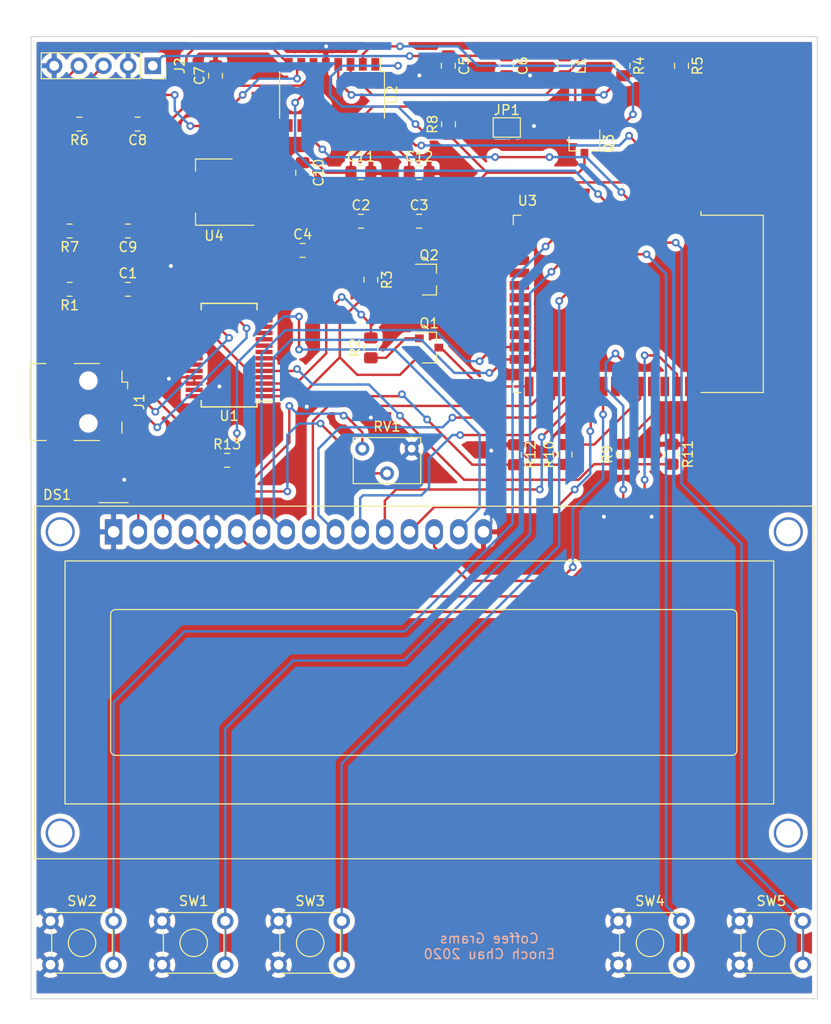
<source format=kicad_pcb>
(kicad_pcb (version 20171130) (host pcbnew "(5.1.6)-1")
  (title_block (title "Coffee Grams") (date 2020-05-19) (rev 0.1) (company "Enoch Chau"))
  (layers (0 F.Cu signal) (31 B.Cu signal) (34 B.Paste user) (35 F.Paste user) (36 B.SilkS user) (37 F.SilkS user) (38 B.Mask user) (39 F.Mask user) (44 Edge.Cuts user))
  (net 0 "")
  (net 1 GND)
  (net 2 +5V)
  (net 3 +3V3)
  (net 4 /AVDD)
  (net 5 "Net-(DS1-Pad15)")
  (net 6 /LCD_D7)
  (net 7 /LCD_D6)
  (net 8 /LCD_D5)
  (net 9 /LCD_D4)
  (net 10 /LCD_D3)
  (net 11 /LCD_D2)
  (net 12 /LCD_D1)
  (net 13 /LCD_D0)
  (net 14 /LCD_E)
  (net 15 /LCD_RS)
  (net 16 "Net-(DS1-Pad3)")
  (net 17 "Net-(J1-Pad4)")
  (net 18 "Net-(J1-Pad3)")
  (net 19 "Net-(J1-Pad2)")
  (net 20 /A+)
  (net 21 /A-)
  (net 22 "Net-(JP1-Pad1)")
  (net 23 "Net-(L1-Pad2)")
  (net 24 "Net-(Q1-Pad1)")
  (net 25 /IO0)
  (net 26 /DTR)
  (net 27 "Net-(Q2-Pad1)")
  (net 28 /EN)
  (net 29 /RTS)
  (net 30 "Net-(Q3-Pad1)")
  (net 31 "Net-(R9-Pad2)")
  (net 32 /TXD0)
  (net 33 "Net-(R10-Pad2)")
  (net 34 /RXD0)
  (net 35 /BX_TARE)
  (net 36 /BX_ON_OFF)
  (net 37 /BX_TIMER)
  (net 38 /BX_COFFEE_G)
  (net 39 /BX_H2O_G)
  (net 40 "Net-(U1-Pad13)")
  (net 41 /HX_DOUT)
  (net 42 /HX_SCK)
  (net 43 "Net-(U1-Pad10)")
  (net 44 "Net-(U1-Pad9)")
  (net 45 "Net-(U2-Pad13)")
  (net 46 "Net-(U2-Pad10)")
  (net 47 "Net-(U2-Pad9)")
  (net 48 "Net-(U3-Pad36)")
  (net 49 "Net-(U3-Pad32)")
  (net 50 "Net-(U3-Pad22)")
  (net 51 "Net-(U3-Pad21)")
  (net 52 "Net-(U3-Pad20)")
  (net 53 "Net-(U3-Pad19)")
  (net 54 "Net-(U3-Pad18)")
  (net 55 "Net-(U3-Pad17)")
  (net 56 "Net-(U3-Pad16)")
  (net 57 "Net-(U3-Pad14)")
  (net 58 "Net-(U3-Pad13)")
  (net 59 "Net-(U3-Pad5)")
  (net 60 "Net-(U3-Pad4)")
  (net 61 /INNA)
  (net 62 /INPA)
  (net 63 "Net-(C1-Pad1)")
  (net 64 "Net-(C4-Pad1)")
  (net 65 "Net-(C7-Pad1)")
  (net 66 "Net-(R4-Pad2)")
  (net 67 "Net-(U1-Pad28)")
  (net 68 "Net-(U1-Pad27)")
  (net 69 "Net-(U1-Pad23)")
  (net 70 "Net-(U1-Pad22)")
  (net 71 "Net-(U1-Pad19)")
  (net 72 "Net-(U1-Pad14)")
  (net 73 "Net-(U1-Pad12)")
  (net 74 "Net-(U1-Pad11)")
  (net 75 "Net-(U1-Pad6)")
  (module Connector_USB:USB_Mini-B_Wuerth_65100516121_Horizontal (layer F.Cu) (at 102.9 95.6 270)
    (fp_text reference J1 (at 0 -5.25 90) (layer F.SilkS))
    (fp_text value USB_B_Mini)
    (pad "" np_thru_hole circle (at 2.2 0 270) (size 0.9 0.9) (drill 0.9) (layers *.Cu *.Mask))
    (pad "" np_thru_hole circle (at -2.2 0 270) (size 0.9 0.9) (drill 0.9) (layers *.Cu *.Mask))
    (pad 5 smd rect (at 1.6 -2.6 270) (size 0.5 2.5) (layers F.Cu F.Paste F.Mask) (net 1 GND))
    (pad 4 smd rect (at 0.8 -2.6 270) (size 0.5 2.5) (layers F.Cu F.Paste F.Mask) (net 17 "Net-(J1-Pad4)"))
    (pad 3 smd rect (at 0 -2.6 270) (size 0.5 2.5) (layers F.Cu F.Paste F.Mask) (net 18 "Net-(J1-Pad3)"))
    (pad 2 smd rect (at -0.8 -2.6 270) (size 0.5 2.5) (layers F.Cu F.Paste F.Mask) (net 19 "Net-(J1-Pad2)"))
    (pad 1 smd rect (at -1.6 -2.6 270) (size 0.5 2.5) (layers F.Cu F.Paste F.Mask) (net 2 +5V))
    (pad 6 smd rect (at 4.4 -2.6 270) (size 2 2.5) (layers F.Cu F.Paste F.Mask) (net 63 "Net-(C1-Pad1)"))
    (pad 6 smd rect (at -4.4 -2.6 270) (size 2 2.5) (layers F.Cu F.Paste F.Mask) (net 63 "Net-(C1-Pad1)"))
    (pad 6 smd rect (at 4.4 2.9 270) (size 2 2.5) (layers F.Cu F.Paste F.Mask) (net 63 "Net-(C1-Pad1)"))
    (pad 6 smd rect (at -4.4 2.9 270) (size 2 2.5) (layers F.Cu F.Paste F.Mask) (net 63 "Net-(C1-Pad1)"))
  )
  (module Display:WC1602A (layer F.Cu) (at 105.5 108.955)
    (fp_text reference DS1 (at -5.82 -3.81) (layer F.SilkS))
    (fp_text value WC1602A)
    (pad "" thru_hole circle (at 69.5 0) (size 3 3) (drill 2.5) (layers *.Cu *.Mask))
    (pad "" thru_hole circle (at 69.49948 31.0007) (size 3 3) (drill 2.5) (layers *.Cu *.Mask))
    (pad "" thru_hole circle (at -5.4991 31.0007) (size 3 3) (drill 2.5) (layers *.Cu *.Mask))
    (pad "" thru_hole circle (at -5.4991 0) (size 3 3) (drill 2.5) (layers *.Cu *.Mask))
    (pad 16 thru_hole oval (at 38.1 0) (size 1.8 2.6) (drill 1.2) (layers *.Cu *.Mask) (net 1 GND))
    (pad 15 thru_hole oval (at 35.56 0) (size 1.8 2.6) (drill 1.2) (layers *.Cu *.Mask) (net 5 "Net-(DS1-Pad15)"))
    (pad 14 thru_hole oval (at 33.02 0) (size 1.8 2.6) (drill 1.2) (layers *.Cu *.Mask) (net 6 /LCD_D7))
    (pad 13 thru_hole oval (at 30.48 0) (size 1.8 2.6) (drill 1.2) (layers *.Cu *.Mask) (net 7 /LCD_D6))
    (pad 12 thru_hole oval (at 27.94 0) (size 1.8 2.6) (drill 1.2) (layers *.Cu *.Mask) (net 8 /LCD_D5))
    (pad 11 thru_hole oval (at 25.4 0) (size 1.8 2.6) (drill 1.2) (layers *.Cu *.Mask) (net 9 /LCD_D4))
    (pad 10 thru_hole oval (at 22.86 0) (size 1.8 2.6) (drill 1.2) (layers *.Cu *.Mask) (net 10 /LCD_D3))
    (pad 9 thru_hole oval (at 20.32 0) (size 1.8 2.6) (drill 1.2) (layers *.Cu *.Mask) (net 11 /LCD_D2))
    (pad 8 thru_hole oval (at 17.78 0) (size 1.8 2.6) (drill 1.2) (layers *.Cu *.Mask) (net 12 /LCD_D1))
    (pad 7 thru_hole oval (at 15.24 0) (size 1.8 2.6) (drill 1.2) (layers *.Cu *.Mask) (net 13 /LCD_D0))
    (pad 6 thru_hole oval (at 12.7 0) (size 1.8 2.6) (drill 1.2) (layers *.Cu *.Mask) (net 14 /LCD_E))
    (pad 5 thru_hole oval (at 10.16 0) (size 1.8 2.6) (drill 1.2) (layers *.Cu *.Mask) (net 1 GND))
    (pad 4 thru_hole oval (at 7.62 0) (size 1.8 2.6) (drill 1.2) (layers *.Cu *.Mask) (net 15 /LCD_RS))
    (pad 3 thru_hole oval (at 5.08 0) (size 1.8 2.6) (drill 1.2) (layers *.Cu *.Mask) (net 16 "Net-(DS1-Pad3)"))
    (pad 2 thru_hole oval (at 2.54 0) (size 1.8 2.6) (drill 1.2) (layers *.Cu *.Mask) (net 2 +5V))
    (pad 1 thru_hole rect (at 0 0) (size 1.8 2.6) (drill 1.2) (layers *.Cu *.Mask) (net 1 GND))
  )
  (module Package_SO:SSOP-28_5.3x10.2mm_P0.65mm (layer F.Cu) (at 117.4 90.775 180)
    (fp_text reference U1 (at 0 -6.25) (layer F.SilkS))
    (fp_text value FT232RL)
    (pad 28 smd rect (at 3.6 -4.225 180) (size 1.75 0.45) (layers F.Cu F.Paste F.Mask) (net 67 "Net-(U1-Pad28)"))
    (pad 27 smd rect (at 3.6 -3.575 180) (size 1.75 0.45) (layers F.Cu F.Paste F.Mask) (net 68 "Net-(U1-Pad27)"))
    (pad 26 smd rect (at 3.6 -2.925 180) (size 1.75 0.45) (layers F.Cu F.Paste F.Mask) (net 1 GND))
    (pad 25 smd rect (at 3.6 -2.275 180) (size 1.75 0.45) (layers F.Cu F.Paste F.Mask) (net 1 GND))
    (pad 24 smd rect (at 3.6 -1.625 180) (size 1.75 0.45) (layers F.Cu F.Paste F.Mask))
    (pad 23 smd rect (at 3.6 -0.975 180) (size 1.75 0.45) (layers F.Cu F.Paste F.Mask) (net 69 "Net-(U1-Pad23)"))
    (pad 22 smd rect (at 3.6 -0.325 180) (size 1.75 0.45) (layers F.Cu F.Paste F.Mask) (net 70 "Net-(U1-Pad22)"))
    (pad 21 smd rect (at 3.6 0.325 180) (size 1.75 0.45) (layers F.Cu F.Paste F.Mask) (net 1 GND))
    (pad 20 smd rect (at 3.6 0.975 180) (size 1.75 0.45) (layers F.Cu F.Paste F.Mask) (net 2 +5V))
    (pad 19 smd rect (at 3.6 1.625 180) (size 1.75 0.45) (layers F.Cu F.Paste F.Mask) (net 71 "Net-(U1-Pad19)"))
    (pad 18 smd rect (at 3.6 2.275 180) (size 1.75 0.45) (layers F.Cu F.Paste F.Mask) (net 1 GND))
    (pad 17 smd rect (at 3.6 2.925 180) (size 1.75 0.45) (layers F.Cu F.Paste F.Mask) (net 64 "Net-(C4-Pad1)"))
    (pad 16 smd rect (at 3.6 3.575 180) (size 1.75 0.45) (layers F.Cu F.Paste F.Mask) (net 19 "Net-(J1-Pad2)"))
    (pad 15 smd rect (at 3.6 4.225 180) (size 1.75 0.45) (layers F.Cu F.Paste F.Mask) (net 18 "Net-(J1-Pad3)"))
    (pad 14 smd rect (at -3.6 4.225 180) (size 1.75 0.45) (layers F.Cu F.Paste F.Mask) (net 72 "Net-(U1-Pad14)"))
    (pad 13 smd rect (at -3.6 3.575 180) (size 1.75 0.45) (layers F.Cu F.Paste F.Mask) (net 40 "Net-(U1-Pad13)"))
    (pad 12 smd rect (at -3.6 2.925 180) (size 1.75 0.45) (layers F.Cu F.Paste F.Mask) (net 73 "Net-(U1-Pad12)"))
    (pad 11 smd rect (at -3.6 2.275 180) (size 1.75 0.45) (layers F.Cu F.Paste F.Mask) (net 74 "Net-(U1-Pad11)"))
    (pad 10 smd rect (at -3.6 1.625 180) (size 1.75 0.45) (layers F.Cu F.Paste F.Mask) (net 43 "Net-(U1-Pad10)"))
    (pad 9 smd rect (at -3.6 0.975 180) (size 1.75 0.45) (layers F.Cu F.Paste F.Mask) (net 44 "Net-(U1-Pad9)"))
    (pad 8 smd rect (at -3.6 0.325 180) (size 1.75 0.45) (layers F.Cu F.Paste F.Mask))
    (pad 7 smd rect (at -3.6 -0.325 180) (size 1.75 0.45) (layers F.Cu F.Paste F.Mask) (net 1 GND))
    (pad 6 smd rect (at -3.6 -0.975 180) (size 1.75 0.45) (layers F.Cu F.Paste F.Mask) (net 75 "Net-(U1-Pad6)"))
    (pad 5 smd rect (at -3.6 -1.625 180) (size 1.75 0.45) (layers F.Cu F.Paste F.Mask) (net 32 /TXD0))
    (pad 4 smd rect (at -3.6 -2.275 180) (size 1.75 0.45) (layers F.Cu F.Paste F.Mask) (net 64 "Net-(C4-Pad1)"))
    (pad 3 smd rect (at -3.6 -2.925 180) (size 1.75 0.45) (layers F.Cu F.Paste F.Mask) (net 29 /RTS))
    (pad 2 smd rect (at -3.6 -3.575 180) (size 1.75 0.45) (layers F.Cu F.Paste F.Mask) (net 26 /DTR))
    (pad 1 smd rect (at -3.6 -4.225 180) (size 1.75 0.45) (layers F.Cu F.Paste F.Mask) (net 34 /RXD0))
  )
  (module RF_Module:ESP32-WROOM-32 (layer F.Cu) (at 156.555 85.5 270)
    (fp_text reference U3 (at -10.61 8.43) (layer F.SilkS))
    (fp_text value ESP32-WROOM-32)
    (pad 38 smd rect (at 8.5 -8.255 270) (size 2 0.9) (layers F.Cu F.Paste F.Mask) (net 1 GND))
    (pad 37 smd rect (at 8.5 -6.985 270) (size 2 0.9) (layers F.Cu F.Paste F.Mask) (net 15 /LCD_RS))
    (pad 36 smd rect (at 8.5 -5.715 270) (size 2 0.9) (layers F.Cu F.Paste F.Mask) (net 48 "Net-(U3-Pad36)"))
    (pad 35 smd rect (at 8.5 -4.445 270) (size 2 0.9) (layers F.Cu F.Paste F.Mask) (net 31 "Net-(R9-Pad2)"))
    (pad 34 smd rect (at 8.5 -3.175 270) (size 2 0.9) (layers F.Cu F.Paste F.Mask) (net 33 "Net-(R10-Pad2)"))
    (pad 33 smd rect (at 8.5 -1.905 270) (size 2 0.9) (layers F.Cu F.Paste F.Mask) (net 14 /LCD_E))
    (pad 32 smd rect (at 8.5 -0.635 270) (size 2 0.9) (layers F.Cu F.Paste F.Mask) (net 49 "Net-(U3-Pad32)"))
    (pad 31 smd rect (at 8.5 0.635 270) (size 2 0.9) (layers F.Cu F.Paste F.Mask) (net 6 /LCD_D7))
    (pad 30 smd rect (at 8.5 1.905 270) (size 2 0.9) (layers F.Cu F.Paste F.Mask) (net 7 /LCD_D6))
    (pad 29 smd rect (at 8.5 3.175 270) (size 2 0.9) (layers F.Cu F.Paste F.Mask) (net 8 /LCD_D5))
    (pad 28 smd rect (at 8.5 4.445 270) (size 2 0.9) (layers F.Cu F.Paste F.Mask) (net 9 /LCD_D4))
    (pad 27 smd rect (at 8.5 5.715 270) (size 2 0.9) (layers F.Cu F.Paste F.Mask) (net 10 /LCD_D3))
    (pad 26 smd rect (at 8.5 6.985 270) (size 2 0.9) (layers F.Cu F.Paste F.Mask) (net 11 /LCD_D2))
    (pad 25 smd rect (at 8.5 8.255 270) (size 2 0.9) (layers F.Cu F.Paste F.Mask) (net 25 /IO0))
    (pad 24 smd rect (at 5.715 9.255) (size 2 0.9) (layers F.Cu F.Paste F.Mask) (net 12 /LCD_D1))
    (pad 23 smd rect (at 4.445 9.255) (size 2 0.9) (layers F.Cu F.Paste F.Mask) (net 13 /LCD_D0))
    (pad 22 smd rect (at 3.175 9.255) (size 2 0.9) (layers F.Cu F.Paste F.Mask) (net 50 "Net-(U3-Pad22)"))
    (pad 21 smd rect (at 1.905 9.255) (size 2 0.9) (layers F.Cu F.Paste F.Mask) (net 51 "Net-(U3-Pad21)"))
    (pad 20 smd rect (at 0.635 9.255) (size 2 0.9) (layers F.Cu F.Paste F.Mask) (net 52 "Net-(U3-Pad20)"))
    (pad 19 smd rect (at -0.635 9.255) (size 2 0.9) (layers F.Cu F.Paste F.Mask) (net 53 "Net-(U3-Pad19)"))
    (pad 18 smd rect (at -1.905 9.255) (size 2 0.9) (layers F.Cu F.Paste F.Mask) (net 54 "Net-(U3-Pad18)"))
    (pad 17 smd rect (at -3.175 9.255) (size 2 0.9) (layers F.Cu F.Paste F.Mask) (net 55 "Net-(U3-Pad17)"))
    (pad 16 smd rect (at -4.445 9.255) (size 2 0.9) (layers F.Cu F.Paste F.Mask) (net 56 "Net-(U3-Pad16)"))
    (pad 15 smd rect (at -5.715 9.255) (size 2 0.9) (layers F.Cu F.Paste F.Mask) (net 1 GND))
    (pad 14 smd rect (at -8.5 8.255 270) (size 2 0.9) (layers F.Cu F.Paste F.Mask) (net 57 "Net-(U3-Pad14)"))
    (pad 13 smd rect (at -8.5 6.985 270) (size 2 0.9) (layers F.Cu F.Paste F.Mask) (net 58 "Net-(U3-Pad13)"))
    (pad 12 smd rect (at -8.5 5.715 270) (size 2 0.9) (layers F.Cu F.Paste F.Mask) (net 36 /BX_ON_OFF))
    (pad 11 smd rect (at -8.5 4.445 270) (size 2 0.9) (layers F.Cu F.Paste F.Mask) (net 35 /BX_TARE))
    (pad 10 smd rect (at -8.5 3.175 270) (size 2 0.9) (layers F.Cu F.Paste F.Mask) (net 37 /BX_TIMER))
    (pad 9 smd rect (at -8.5 1.905 270) (size 2 0.9) (layers F.Cu F.Paste F.Mask) (net 38 /BX_COFFEE_G))
    (pad 8 smd rect (at -8.5 0.635 270) (size 2 0.9) (layers F.Cu F.Paste F.Mask) (net 39 /BX_H2O_G))
    (pad 7 smd rect (at -8.5 -0.635 270) (size 2 0.9) (layers F.Cu F.Paste F.Mask) (net 41 /HX_DOUT))
    (pad 6 smd rect (at -8.5 -1.905 270) (size 2 0.9) (layers F.Cu F.Paste F.Mask) (net 42 /HX_SCK))
    (pad 5 smd rect (at -8.5 -3.175 270) (size 2 0.9) (layers F.Cu F.Paste F.Mask) (net 59 "Net-(U3-Pad5)"))
    (pad 4 smd rect (at -8.5 -4.445 270) (size 2 0.9) (layers F.Cu F.Paste F.Mask) (net 60 "Net-(U3-Pad4)"))
    (pad 3 smd rect (at -8.5 -5.715 270) (size 2 0.9) (layers F.Cu F.Paste F.Mask) (net 28 /EN))
    (pad 2 smd rect (at -8.5 -6.985 270) (size 2 0.9) (layers F.Cu F.Paste F.Mask) (net 3 +3V3))
    (pad 1 smd rect (at -8.5 -8.255 270) (size 2 0.9) (layers F.Cu F.Paste F.Mask) (net 1 GND))
    (pad 39 smd rect (at -1 -0.755 270) (size 5 5) (layers F.Cu F.Paste F.Mask) (net 1 GND))
  )
  (module Package_TO_SOT_SMD:SOT-223 (layer F.Cu) (at 115.85 74 180)
    (fp_text reference U4 (at 0 -4.5) (layer F.SilkS))
    (fp_text value LM3940)
    (pad 4 smd rect (at 3.15 0 180) (size 2 3.8) (layers F.Cu F.Paste F.Mask) (net 1 GND))
    (pad 2 smd rect (at -3.15 0 180) (size 2 1.5) (layers F.Cu F.Paste F.Mask) (net 1 GND))
    (pad 3 smd rect (at -3.15 2.3 180) (size 2 1.5) (layers F.Cu F.Paste F.Mask) (net 3 +3V3))
    (pad 1 smd rect (at -3.15 -2.3 180) (size 2 1.5) (layers F.Cu F.Paste F.Mask) (net 2 +5V))
  )
  (module Package_SO:SOP-16_4.4x10.4mm_P1.27mm (layer F.Cu) (at 128 64 270)
    (fp_text reference U2 (at 0 -6.2 90) (layer F.SilkS))
    (fp_text value HX711)
    (pad 16 smd rect (at 3.15 -4.45 270) (size 1.3 0.8) (layers F.Cu F.Paste F.Mask) (net 3 +3V3))
    (pad 15 smd rect (at 3.15 -3.17 270) (size 1.3 0.8) (layers F.Cu F.Paste F.Mask) (net 22 "Net-(JP1-Pad1)"))
    (pad 14 smd rect (at 3.15 -1.91 270) (size 1.3 0.8) (layers F.Cu F.Paste F.Mask) (net 1 GND))
    (pad 13 smd rect (at 3.15 -0.64 270) (size 1.3 0.8) (layers F.Cu F.Paste F.Mask) (net 45 "Net-(U2-Pad13)"))
    (pad 12 smd rect (at 3.15 0.64 270) (size 1.3 0.8) (layers F.Cu F.Paste F.Mask) (net 41 /HX_DOUT))
    (pad 11 smd rect (at 3.15 1.91 270) (size 1.3 0.8) (layers F.Cu F.Paste F.Mask) (net 42 /HX_SCK))
    (pad 10 smd rect (at 3.15 3.17 270) (size 1.3 0.8) (layers F.Cu F.Paste F.Mask) (net 46 "Net-(U2-Pad10)"))
    (pad 9 smd rect (at 3.15 4.45 270) (size 1.3 0.8) (layers F.Cu F.Paste F.Mask) (net 47 "Net-(U2-Pad9)"))
    (pad 8 smd rect (at -3.15 4.45 270) (size 1.3 0.8) (layers F.Cu F.Paste F.Mask) (net 62 /INPA))
    (pad 7 smd rect (at -3.15 3.17 270) (size 1.3 0.8) (layers F.Cu F.Paste F.Mask) (net 61 /INNA))
    (pad 6 smd rect (at -3.15 1.91 270) (size 1.3 0.8) (layers F.Cu F.Paste F.Mask) (net 65 "Net-(C7-Pad1)"))
    (pad 5 smd rect (at -3.15 0.64 270) (size 1.3 0.8) (layers F.Cu F.Paste F.Mask) (net 1 GND))
    (pad 4 smd rect (at -3.15 -0.64 270) (size 1.3 0.8) (layers F.Cu F.Paste F.Mask) (net 66 "Net-(R4-Pad2)"))
    (pad 3 smd rect (at -3.15 -1.91 270) (size 1.3 0.8) (layers F.Cu F.Paste F.Mask) (net 23 "Net-(L1-Pad2)"))
    (pad 2 smd rect (at -3.15 -3.17 270) (size 1.3 0.8) (layers F.Cu F.Paste F.Mask) (net 30 "Net-(Q3-Pad1)"))
    (pad 1 smd rect (at -3.15 -4.45 270) (size 1.3 0.8) (layers F.Cu F.Paste F.Mask) (net 2 +5V))
  )
  (module Button_Switch_THT:SW_TH_Tactile_Omron_B3F-10xx (layer F.Cu) (at 170 149)
    (fp_text reference SW5 (at 3.25 -2.05) (layer F.SilkS))
    (fp_text value BX_H2O_G)
    (pad 1 thru_hole circle (at 0 0) (size 1.7 1.7) (drill 1) (layers *.Cu *.Mask) (net 1 GND))
    (pad 2 thru_hole circle (at 6.5 0) (size 1.7 1.7) (drill 1) (layers *.Cu *.Mask) (net 39 /BX_H2O_G))
    (pad 3 thru_hole circle (at 0 4.5) (size 1.7 1.7) (drill 1) (layers *.Cu *.Mask) (net 1 GND))
    (pad 4 thru_hole circle (at 6.5 4.5) (size 1.7 1.7) (drill 1) (layers *.Cu *.Mask) (net 39 /BX_H2O_G))
  )
  (module Button_Switch_THT:SW_TH_Tactile_Omron_B3F-10xx (layer F.Cu) (at 157.5 149)
    (fp_text reference SW4 (at 3.25 -2.05) (layer F.SilkS))
    (fp_text value BX_COFFEE_G)
    (pad 1 thru_hole circle (at 0 0) (size 1.7 1.7) (drill 1) (layers *.Cu *.Mask) (net 1 GND))
    (pad 2 thru_hole circle (at 6.5 0) (size 1.7 1.7) (drill 1) (layers *.Cu *.Mask) (net 38 /BX_COFFEE_G))
    (pad 3 thru_hole circle (at 0 4.5) (size 1.7 1.7) (drill 1) (layers *.Cu *.Mask) (net 1 GND))
    (pad 4 thru_hole circle (at 6.5 4.5) (size 1.7 1.7) (drill 1) (layers *.Cu *.Mask) (net 38 /BX_COFFEE_G))
  )
  (module Button_Switch_THT:SW_TH_Tactile_Omron_B3F-10xx (layer F.Cu) (at 122.5 149)
    (fp_text reference SW3 (at 3.25 -2.05) (layer F.SilkS))
    (fp_text value BX_TIMER)
    (pad 1 thru_hole circle (at 0 0) (size 1.7 1.7) (drill 1) (layers *.Cu *.Mask) (net 1 GND))
    (pad 2 thru_hole circle (at 6.5 0) (size 1.7 1.7) (drill 1) (layers *.Cu *.Mask) (net 37 /BX_TIMER))
    (pad 3 thru_hole circle (at 0 4.5) (size 1.7 1.7) (drill 1) (layers *.Cu *.Mask) (net 1 GND))
    (pad 4 thru_hole circle (at 6.5 4.5) (size 1.7 1.7) (drill 1) (layers *.Cu *.Mask) (net 37 /BX_TIMER))
  )
  (module Button_Switch_THT:SW_TH_Tactile_Omron_B3F-10xx (layer F.Cu) (at 99 149)
    (fp_text reference SW2 (at 3.25 -2.05) (layer F.SilkS))
    (fp_text value BX_ON_OFF)
    (pad 1 thru_hole circle (at 0 0) (size 1.7 1.7) (drill 1) (layers *.Cu *.Mask) (net 1 GND))
    (pad 2 thru_hole circle (at 6.5 0) (size 1.7 1.7) (drill 1) (layers *.Cu *.Mask) (net 36 /BX_ON_OFF))
    (pad 3 thru_hole circle (at 0 4.5) (size 1.7 1.7) (drill 1) (layers *.Cu *.Mask) (net 1 GND))
    (pad 4 thru_hole circle (at 6.5 4.5) (size 1.7 1.7) (drill 1) (layers *.Cu *.Mask) (net 36 /BX_ON_OFF))
  )
  (module Button_Switch_THT:SW_TH_Tactile_Omron_B3F-10xx (layer F.Cu) (at 110.5 149)
    (fp_text reference SW1 (at 3.25 -2.05) (layer F.SilkS))
    (fp_text value BX_TARE)
    (pad 1 thru_hole circle (at 0 0) (size 1.7 1.7) (drill 1) (layers *.Cu *.Mask) (net 1 GND))
    (pad 2 thru_hole circle (at 6.5 0) (size 1.7 1.7) (drill 1) (layers *.Cu *.Mask) (net 35 /BX_TARE))
    (pad 3 thru_hole circle (at 0 4.5) (size 1.7 1.7) (drill 1) (layers *.Cu *.Mask) (net 1 GND))
    (pad 4 thru_hole circle (at 6.5 4.5) (size 1.7 1.7) (drill 1) (layers *.Cu *.Mask) (net 35 /BX_TARE))
  )
  (module Potentiometer_THT:Potentiometer_Bourns_3266W_Vertical (layer F.Cu) (at 136.2 100.4)
    (fp_text reference RV1 (at -2.54 -2.27) (layer F.SilkS))
    (fp_text value 10K)
    (pad 3 thru_hole circle (at -5.08 0) (size 1.44 1.44) (drill 0.8) (layers *.Cu *.Mask) (net 2 +5V))
    (pad 2 thru_hole circle (at -2.54 2.54) (size 1.44 1.44) (drill 0.8) (layers *.Cu *.Mask) (net 16 "Net-(DS1-Pad3)"))
    (pad 1 thru_hole circle (at 0 0) (size 1.44 1.44) (drill 0.8) (layers *.Cu *.Mask) (net 1 GND))
  )
  (module Resistor_SMD:R_0805_2012Metric_Pad1.15x1.40mm_HandSolder (layer F.Cu) (at 117.2 101.6)
    (fp_text reference R13 (at 0 -1.65) (layer F.SilkS))
    (fp_text value 220)
    (pad 2 smd roundrect (at 1.025 0) (size 1.15 1.4) (layers F.Cu F.Paste F.Mask) (roundrect_rratio 0.217391) (net 5 "Net-(DS1-Pad15)"))
    (pad 1 smd roundrect (at -1.025 0) (size 1.15 1.4) (layers F.Cu F.Paste F.Mask) (roundrect_rratio 0.217391) (net 2 +5V))
  )
  (module Resistor_SMD:R_0805_2012Metric_Pad1.15x1.40mm_HandSolder (layer F.Cu) (at 146.8 101.025 270)
    (fp_text reference R12 (at 0 -1.65 90) (layer F.SilkS))
    (fp_text value 4.7K)
    (pad 2 smd roundrect (at 1.025 0 270) (size 1.15 1.4) (layers F.Cu F.Paste F.Mask) (roundrect_rratio 0.217391) (net 34 /RXD0))
    (pad 1 smd roundrect (at -1.025 0 270) (size 1.15 1.4) (layers F.Cu F.Paste F.Mask) (roundrect_rratio 0.217391) (net 1 GND))
  )
  (module Resistor_SMD:R_0805_2012Metric_Pad1.15x1.40mm_HandSolder (layer F.Cu) (at 163 100.975 270)
    (fp_text reference R11 (at 0 -1.65 90) (layer F.SilkS))
    (fp_text value 4.7k)
    (pad 2 smd roundrect (at 1.025 0 270) (size 1.15 1.4) (layers F.Cu F.Paste F.Mask) (roundrect_rratio 0.217391) (net 32 /TXD0))
    (pad 1 smd roundrect (at -1.025 0 270) (size 1.15 1.4) (layers F.Cu F.Paste F.Mask) (roundrect_rratio 0.217391) (net 1 GND))
  )
  (module Resistor_SMD:R_0805_2012Metric_Pad1.15x1.40mm_HandSolder (layer F.Cu) (at 152 101 90)
    (fp_text reference R10 (at 0 -1.65 90) (layer F.SilkS))
    (fp_text value 150)
    (pad 2 smd roundrect (at 1.025 0 90) (size 1.15 1.4) (layers F.Cu F.Paste F.Mask) (roundrect_rratio 0.217391) (net 33 "Net-(R10-Pad2)"))
    (pad 1 smd roundrect (at -1.025 0 90) (size 1.15 1.4) (layers F.Cu F.Paste F.Mask) (roundrect_rratio 0.217391) (net 34 /RXD0))
  )
  (module Resistor_SMD:R_0805_2012Metric_Pad1.15x1.40mm_HandSolder (layer F.Cu) (at 158 100.975 90)
    (fp_text reference R9 (at 0 -1.65 90) (layer F.SilkS))
    (fp_text value 150)
    (pad 2 smd roundrect (at 1.025 0 90) (size 1.15 1.4) (layers F.Cu F.Paste F.Mask) (roundrect_rratio 0.217391) (net 31 "Net-(R9-Pad2)"))
    (pad 1 smd roundrect (at -1.025 0 90) (size 1.15 1.4) (layers F.Cu F.Paste F.Mask) (roundrect_rratio 0.217391) (net 32 /TXD0))
  )
  (module Resistor_SMD:R_0805_2012Metric_Pad1.15x1.40mm_HandSolder (layer F.Cu) (at 140 67.025 90)
    (fp_text reference R8 (at 0 -1.65 90) (layer F.SilkS))
    (fp_text value 10k)
    (pad 2 smd roundrect (at 1.025 0 90) (size 1.15 1.4) (layers F.Cu F.Paste F.Mask) (roundrect_rratio 0.217391) (net 22 "Net-(JP1-Pad1)"))
    (pad 1 smd roundrect (at -1.025 0 90) (size 1.15 1.4) (layers F.Cu F.Paste F.Mask) (roundrect_rratio 0.217391) (net 2 +5V))
  )
  (module Resistor_SMD:R_0805_2012Metric_Pad1.15x1.40mm_HandSolder (layer F.Cu) (at 100.975 78 180)
    (fp_text reference R7 (at 0 -1.65) (layer F.SilkS))
    (fp_text value 100)
    (pad 2 smd roundrect (at 1.025 0 180) (size 1.15 1.4) (layers F.Cu F.Paste F.Mask) (roundrect_rratio 0.217391) (net 20 /A+))
    (pad 1 smd roundrect (at -1.025 0 180) (size 1.15 1.4) (layers F.Cu F.Paste F.Mask) (roundrect_rratio 0.217391) (net 62 /INPA))
  )
  (module Resistor_SMD:R_0805_2012Metric_Pad1.15x1.40mm_HandSolder (layer F.Cu) (at 101.975 67 180)
    (fp_text reference R6 (at 0 -1.65) (layer F.SilkS))
    (fp_text value 100)
    (pad 2 smd roundrect (at 1.025 0 180) (size 1.15 1.4) (layers F.Cu F.Paste F.Mask) (roundrect_rratio 0.217391) (net 21 /A-))
    (pad 1 smd roundrect (at -1.025 0 180) (size 1.15 1.4) (layers F.Cu F.Paste F.Mask) (roundrect_rratio 0.217391) (net 61 /INNA))
  )
  (module Resistor_SMD:R_0805_2012Metric_Pad1.15x1.40mm_HandSolder (layer F.Cu) (at 164 61 270)
    (fp_text reference R5 (at 0 -1.65 90) (layer F.SilkS))
    (fp_text value 8.2k)
    (pad 2 smd roundrect (at 1.025 0 270) (size 1.15 1.4) (layers F.Cu F.Paste F.Mask) (roundrect_rratio 0.217391) (net 66 "Net-(R4-Pad2)"))
    (pad 1 smd roundrect (at -1.025 0 270) (size 1.15 1.4) (layers F.Cu F.Paste F.Mask) (roundrect_rratio 0.217391) (net 1 GND))
  )
  (module Resistor_SMD:R_0805_2012Metric_Pad1.15x1.40mm_HandSolder (layer F.Cu) (at 157.975 61 270)
    (fp_text reference R4 (at 0 -1.65 90) (layer F.SilkS))
    (fp_text value 20k)
    (pad 2 smd roundrect (at 1.025 0 270) (size 1.15 1.4) (layers F.Cu F.Paste F.Mask) (roundrect_rratio 0.217391) (net 66 "Net-(R4-Pad2)"))
    (pad 1 smd roundrect (at -1.025 0 270) (size 1.15 1.4) (layers F.Cu F.Paste F.Mask) (roundrect_rratio 0.217391) (net 23 "Net-(L1-Pad2)"))
  )
  (module Resistor_SMD:R_0805_2012Metric_Pad1.15x1.40mm_HandSolder (layer F.Cu) (at 132 83.025 270)
    (fp_text reference R3 (at 0 -1.65 90) (layer F.SilkS))
    (fp_text value 12K)
    (pad 2 smd roundrect (at 1.025 0 270) (size 1.15 1.4) (layers F.Cu F.Paste F.Mask) (roundrect_rratio 0.217391) (net 26 /DTR))
    (pad 1 smd roundrect (at -1.025 0 270) (size 1.15 1.4) (layers F.Cu F.Paste F.Mask) (roundrect_rratio 0.217391) (net 27 "Net-(Q2-Pad1)"))
  )
  (module Resistor_SMD:R_0805_2012Metric_Pad1.15x1.40mm_HandSolder (layer F.Cu) (at 132 90.025 90)
    (fp_text reference R2 (at 0 -1.65 90) (layer F.SilkS))
    (fp_text value 12K)
    (pad 2 smd roundrect (at 1.025 0 90) (size 1.15 1.4) (layers F.Cu F.Paste F.Mask) (roundrect_rratio 0.217391) (net 29 /RTS))
    (pad 1 smd roundrect (at -1.025 0 90) (size 1.15 1.4) (layers F.Cu F.Paste F.Mask) (roundrect_rratio 0.217391) (net 24 "Net-(Q1-Pad1)"))
  )
  (module Resistor_SMD:R_0805_2012Metric_Pad1.15x1.40mm_HandSolder (layer F.Cu) (at 100.975 84 180)
    (fp_text reference R1 (at 0 -1.65) (layer F.SilkS))
    (fp_text value 1M)
    (pad 2 smd roundrect (at 1.025 0 180) (size 1.15 1.4) (layers F.Cu F.Paste F.Mask) (roundrect_rratio 0.217391) (net 1 GND))
    (pad 1 smd roundrect (at -1.025 0 180) (size 1.15 1.4) (layers F.Cu F.Paste F.Mask) (roundrect_rratio 0.217391) (net 63 "Net-(C1-Pad1)"))
  )
  (module Package_TO_SOT_SMD:SOT-23 (layer F.Cu) (at 154 69 270)
    (fp_text reference Q3 (at 0 -2.5 90) (layer F.SilkS))
    (fp_text value MMBT4403)
    (pad 3 smd rect (at 1 0 270) (size 0.9 0.8) (layers F.Cu F.Paste F.Mask) (net 2 +5V))
    (pad 2 smd rect (at -1 0.95 270) (size 0.9 0.8) (layers F.Cu F.Paste F.Mask) (net 23 "Net-(L1-Pad2)"))
    (pad 1 smd rect (at -1 -0.95 270) (size 0.9 0.8) (layers F.Cu F.Paste F.Mask) (net 30 "Net-(Q3-Pad1)"))
  )
  (module Package_TO_SOT_SMD:SOT-23 (layer F.Cu) (at 138 83)
    (fp_text reference Q2 (at 0 -2.5) (layer F.SilkS))
    (fp_text value BC847)
    (pad 3 smd rect (at 1 0) (size 0.9 0.8) (layers F.Cu F.Paste F.Mask) (net 28 /EN))
    (pad 2 smd rect (at -1 0.95) (size 0.9 0.8) (layers F.Cu F.Paste F.Mask) (net 29 /RTS))
    (pad 1 smd rect (at -1 -0.95) (size 0.9 0.8) (layers F.Cu F.Paste F.Mask) (net 27 "Net-(Q2-Pad1)"))
  )
  (module Package_TO_SOT_SMD:SOT-23 (layer F.Cu) (at 138 90)
    (fp_text reference Q1 (at 0 -2.5) (layer F.SilkS))
    (fp_text value BC847)
    (pad 3 smd rect (at 1 0) (size 0.9 0.8) (layers F.Cu F.Paste F.Mask) (net 25 /IO0))
    (pad 2 smd rect (at -1 0.95) (size 0.9 0.8) (layers F.Cu F.Paste F.Mask) (net 26 /DTR))
    (pad 1 smd rect (at -1 -0.95) (size 0.9 0.8) (layers F.Cu F.Paste F.Mask) (net 24 "Net-(Q1-Pad1)"))
  )
  (module Inductor_SMD:L_0805_2012Metric_Pad1.15x1.40mm_HandSolder (layer F.Cu) (at 151.975 61 270)
    (fp_text reference L1 (at 0 -1.65 90) (layer F.SilkS))
    (fp_text value 3.3u)
    (pad 2 smd roundrect (at 1.025 0 270) (size 1.15 1.4) (layers F.Cu F.Paste F.Mask) (roundrect_rratio 0.217391) (net 23 "Net-(L1-Pad2)"))
    (pad 1 smd roundrect (at -1.025 0 270) (size 1.15 1.4) (layers F.Cu F.Paste F.Mask) (roundrect_rratio 0.217391) (net 4 /AVDD))
  )
  (module Jumper:SolderJumper-2_P1.3mm_Open_Pad1.0x1.5mm (layer F.Cu) (at 146 67.35)
    (fp_text reference JP1 (at 0 -1.8) (layer F.SilkS))
    (fp_text value Jumper)
    (pad 1 smd rect (at -0.65 0) (size 1 1.5) (layers F.Cu F.Mask) (net 22 "Net-(JP1-Pad1)"))
    (pad 2 smd rect (at 0.65 0) (size 1 1.5) (layers F.Cu F.Mask) (net 1 GND))
  )
  (module Connector_PinSocket_2.54mm:PinSocket_1x05_P2.54mm_Vertical (layer F.Cu) (at 109.54 61 270)
    (fp_text reference J2 (at 0 -2.77 90) (layer F.SilkS))
    (fp_text value Conn_01x05_Male)
    (pad 5 thru_hole oval (at 0 10.16 270) (size 1.7 1.7) (drill 1) (layers *.Cu *.Mask) (net 1 GND))
    (pad 4 thru_hole oval (at 0 7.62 270) (size 1.7 1.7) (drill 1) (layers *.Cu *.Mask) (net 20 /A+))
    (pad 3 thru_hole oval (at 0 5.08 270) (size 1.7 1.7) (drill 1) (layers *.Cu *.Mask) (net 21 /A-))
    (pad 2 thru_hole oval (at 0 2.54 270) (size 1.7 1.7) (drill 1) (layers *.Cu *.Mask) (net 1 GND))
    (pad 1 thru_hole rect (at 0 0 270) (size 1.7 1.7) (drill 1) (layers *.Cu *.Mask) (net 4 /AVDD))
  )
  (module Capacitor_SMD:C_0805_2012Metric_Pad1.15x1.40mm_HandSolder (layer F.Cu) (at 136.975 72)
    (fp_text reference C12 (at 0 -1.65) (layer F.SilkS))
    (fp_text value 33u)
    (pad 2 smd roundrect (at 1.025 0) (size 1.15 1.4) (layers F.Cu F.Paste F.Mask) (roundrect_rratio 0.217391) (net 1 GND))
    (pad 1 smd roundrect (at -1.025 0) (size 1.15 1.4) (layers F.Cu F.Paste F.Mask) (roundrect_rratio 0.217391) (net 3 +3V3))
  )
  (module Capacitor_SMD:C_0805_2012Metric_Pad1.15x1.40mm_HandSolder (layer F.Cu) (at 130.975 72)
    (fp_text reference C11 (at 0 -1.65) (layer F.SilkS))
    (fp_text value 10u)
    (pad 2 smd roundrect (at 1.025 0) (size 1.15 1.4) (layers F.Cu F.Paste F.Mask) (roundrect_rratio 0.217391) (net 1 GND))
    (pad 1 smd roundrect (at -1.025 0) (size 1.15 1.4) (layers F.Cu F.Paste F.Mask) (roundrect_rratio 0.217391) (net 3 +3V3))
  )
  (module Capacitor_SMD:C_0805_2012Metric_Pad1.15x1.40mm_HandSolder (layer F.Cu) (at 124.975 72 270)
    (fp_text reference C10 (at 0 -1.65 90) (layer F.SilkS))
    (fp_text value .1u)
    (pad 2 smd roundrect (at 1.025 0 270) (size 1.15 1.4) (layers F.Cu F.Paste F.Mask) (roundrect_rratio 0.217391) (net 1 GND))
    (pad 1 smd roundrect (at -1.025 0 270) (size 1.15 1.4) (layers F.Cu F.Paste F.Mask) (roundrect_rratio 0.217391) (net 3 +3V3))
  )
  (module Capacitor_SMD:C_0805_2012Metric_Pad1.15x1.40mm_HandSolder (layer F.Cu) (at 106.975 78 180)
    (fp_text reference C9 (at 0 -1.65) (layer F.SilkS))
    (fp_text value .47u)
    (pad 2 smd roundrect (at 1.025 0 180) (size 1.15 1.4) (layers F.Cu F.Paste F.Mask) (roundrect_rratio 0.217391) (net 1 GND))
    (pad 1 smd roundrect (at -1.025 0 180) (size 1.15 1.4) (layers F.Cu F.Paste F.Mask) (roundrect_rratio 0.217391) (net 2 +5V))
  )
  (module Capacitor_SMD:C_0805_2012Metric_Pad1.15x1.40mm_HandSolder (layer F.Cu) (at 107.975 67 180)
    (fp_text reference C8 (at 0 -1.65) (layer F.SilkS))
    (fp_text value 0.1u)
    (pad 2 smd roundrect (at 1.025 0 180) (size 1.15 1.4) (layers F.Cu F.Paste F.Mask) (roundrect_rratio 0.217391) (net 61 /INNA))
    (pad 1 smd roundrect (at -1.025 0 180) (size 1.15 1.4) (layers F.Cu F.Paste F.Mask) (roundrect_rratio 0.217391) (net 62 /INPA))
  )
  (module Capacitor_SMD:C_0805_2012Metric_Pad1.15x1.40mm_HandSolder (layer F.Cu) (at 116 62.025 90)
    (fp_text reference C7 (at 0 -1.65 90) (layer F.SilkS))
    (fp_text value 0.1u)
    (pad 2 smd roundrect (at 1.025 0 90) (size 1.15 1.4) (layers F.Cu F.Paste F.Mask) (roundrect_rratio 0.217391) (net 1 GND))
    (pad 1 smd roundrect (at -1.025 0 90) (size 1.15 1.4) (layers F.Cu F.Paste F.Mask) (roundrect_rratio 0.217391) (net 65 "Net-(C7-Pad1)"))
  )
  (module Capacitor_SMD:C_0805_2012Metric_Pad1.15x1.40mm_HandSolder (layer F.Cu) (at 145.975 61 270)
    (fp_text reference C6 (at 0 -1.65 90) (layer F.SilkS))
    (fp_text value 10u)
    (pad 2 smd roundrect (at 1.025 0 270) (size 1.15 1.4) (layers F.Cu F.Paste F.Mask) (roundrect_rratio 0.217391) (net 1 GND))
    (pad 1 smd roundrect (at -1.025 0 270) (size 1.15 1.4) (layers F.Cu F.Paste F.Mask) (roundrect_rratio 0.217391) (net 4 /AVDD))
  )
  (module Capacitor_SMD:C_0805_2012Metric_Pad1.15x1.40mm_HandSolder (layer F.Cu) (at 139.975 61 270)
    (fp_text reference C5 (at 0 -1.65 90) (layer F.SilkS))
    (fp_text value 0.1u)
    (pad 2 smd roundrect (at 1.025 0 270) (size 1.15 1.4) (layers F.Cu F.Paste F.Mask) (roundrect_rratio 0.217391) (net 1 GND))
    (pad 1 smd roundrect (at -1.025 0 270) (size 1.15 1.4) (layers F.Cu F.Paste F.Mask) (roundrect_rratio 0.217391) (net 4 /AVDD))
  )
  (module Capacitor_SMD:C_0805_2012Metric_Pad1.15x1.40mm_HandSolder (layer F.Cu) (at 124.975 80)
    (fp_text reference C4 (at 0 -1.65) (layer F.SilkS))
    (fp_text value .1u)
    (pad 2 smd roundrect (at 1.025 0) (size 1.15 1.4) (layers F.Cu F.Paste F.Mask) (roundrect_rratio 0.217391) (net 1 GND))
    (pad 1 smd roundrect (at -1.025 0) (size 1.15 1.4) (layers F.Cu F.Paste F.Mask) (roundrect_rratio 0.217391) (net 64 "Net-(C4-Pad1)"))
  )
  (module Capacitor_SMD:C_0805_2012Metric_Pad1.15x1.40mm_HandSolder (layer F.Cu) (at 136.975 77)
    (fp_text reference C3 (at 0 -1.65) (layer F.SilkS))
    (fp_text value 10u)
    (pad 2 smd roundrect (at 1.025 0) (size 1.15 1.4) (layers F.Cu F.Paste F.Mask) (roundrect_rratio 0.217391) (net 1 GND))
    (pad 1 smd roundrect (at -1.025 0) (size 1.15 1.4) (layers F.Cu F.Paste F.Mask) (roundrect_rratio 0.217391) (net 2 +5V))
  )
  (module Capacitor_SMD:C_0805_2012Metric_Pad1.15x1.40mm_HandSolder (layer F.Cu) (at 130.975 77)
    (fp_text reference C2 (at 0 -1.65) (layer F.SilkS))
    (fp_text value .1u)
    (pad 2 smd roundrect (at 1.025 0) (size 1.15 1.4) (layers F.Cu F.Paste F.Mask) (roundrect_rratio 0.217391) (net 1 GND))
    (pad 1 smd roundrect (at -1.025 0) (size 1.15 1.4) (layers F.Cu F.Paste F.Mask) (roundrect_rratio 0.217391) (net 2 +5V))
  )
  (module Capacitor_SMD:C_0805_2012Metric_Pad1.15x1.40mm_HandSolder (layer F.Cu) (at 106.975 84)
    (fp_text reference C1 (at 0 -1.65) (layer F.SilkS))
    (fp_text value 4.7n)
    (pad 2 smd roundrect (at 1.025 0) (size 1.15 1.4) (layers F.Cu F.Paste F.Mask) (roundrect_rratio 0.217391) (net 1 GND))
    (pad 1 smd roundrect (at -1.025 0) (size 1.15 1.4) (layers F.Cu F.Paste F.Mask) (roundrect_rratio 0.217391) (net 63 "Net-(C1-Pad1)"))
  )
  (gr_text "Coffee Grams\nEnoch Chau 2020" (at 144.2 151.6) (layer B.SilkS) (effects (font (size 1 1)) (justify mirror)))
  (gr_line (start 178 58) (end 178 157) (layer Edge.Cuts) (width 0.1))
  (gr_line (start 97 58) (end 178 58) (layer Edge.Cuts) (width 0.1))
  (gr_line (start 97 157) (end 97 58) (layer Edge.Cuts) (width 0.1))
  (gr_line (start 178 157) (end 97 157) (layer Edge.Cuts) (width 0.1))
  (segment (start 121 91.1) (end 122.9 91.1) (width 0.25) (layer F.Cu) (net 1))
  (segment (start 113.8 90.45) (end 115.45 90.45) (width 0.25) (layer F.Cu) (net 1))
  (segment (start 115.45 90.45) (end 116.4 91.4) (width 0.25) (layer F.Cu) (net 1))
  (via (at 116.4 94) (size 0.8) (drill 0.4) (layers F.Cu B.Cu) (net 1))
  (segment (start 116.4 91.4) (end 116.4 94) (width 0.25) (layer F.Cu) (net 1))
  (segment (start 113.8 88.5) (end 112.3 88.5) (width 0.25) (layer F.Cu) (net 1))
  (segment (start 112.3 88.5) (end 110.6 86.8) (width 0.25) (layer F.Cu) (net 1))
  (segment (start 113.8 93.05) (end 113.8 93.7) (width 0.25) (layer F.Cu) (net 1))
  (segment (start 143.6 108.955) (end 154.445 108.955) (width 0.25) (layer F.Cu) (net 1))
  (via (at 156 107.4) (size 0.8) (drill 0.4) (layers F.Cu B.Cu) (net 1))
  (segment (start 154.445 108.955) (end 156 107.4) (width 0.25) (layer F.Cu) (net 1))
  (segment (start 156 107.4) (end 160.6 107.4) (width 0.25) (layer B.Cu) (net 1))
  (via (at 160.925 107.4) (size 0.8) (drill 0.4) (layers F.Cu B.Cu) (net 1))
  (segment (start 160.6 107.4) (end 160.925 107.4) (width 0.25) (layer B.Cu) (net 1))
  (segment (start 164.02501 104.29999) (end 164.10001 104.29999) (width 0.25) (layer F.Cu) (net 1))
  (segment (start 160.925 107.4) (end 164.02501 104.29999) (width 0.25) (layer F.Cu) (net 1))
  (segment (start 164.10001 104.29999) (end 166.6 101.8) (width 0.25) (layer F.Cu) (net 1))
  (segment (start 166.6 101.8) (end 166.6 100.4) (width 0.25) (layer F.Cu) (net 1))
  (segment (start 166.15 99.95) (end 163 99.95) (width 0.25) (layer F.Cu) (net 1))
  (segment (start 166.6 100.4) (end 166.15 99.95) (width 0.25) (layer F.Cu) (net 1))
  (segment (start 146.8 100) (end 145 100) (width 0.25) (layer F.Cu) (net 1))
  (via (at 144.4 100.6) (size 0.8) (drill 0.4) (layers F.Cu B.Cu) (net 1))
  (segment (start 145 100) (end 144.4 100.6) (width 0.25) (layer F.Cu) (net 1))
  (segment (start 144.4 108.155) (end 143.6 108.955) (width 0.25) (layer B.Cu) (net 1))
  (segment (start 144.4 100.6) (end 144.4 108.155) (width 0.25) (layer B.Cu) (net 1))
  (via (at 111.2 93.2) (size 0.8) (drill 0.4) (layers F.Cu B.Cu) (net 1))
  (segment (start 111.2 93.2) (end 111.2 89.2) (width 0.25) (layer B.Cu) (net 1))
  (segment (start 111.2 89.2) (end 111.4 89) (width 0.25) (layer B.Cu) (net 1))
  (via (at 111.4 81.6) (size 0.8) (drill 0.4) (layers F.Cu B.Cu) (net 1))
  (segment (start 111.4 89) (end 111.4 81.6) (width 0.25) (layer B.Cu) (net 1))
  (segment (start 113.8 93.05) (end 112.15 93.05) (width 0.25) (layer F.Cu) (net 1))
  (via (at 132 97.2) (size 0.8) (drill 0.4) (layers F.Cu B.Cu) (net 1))
  (segment (start 132 97.2) (end 129.6 94.8) (width 0.25) (layer B.Cu) (net 1))
  (via (at 125.4 96.075) (size 0.8) (drill 0.4) (layers F.Cu B.Cu) (net 1))
  (segment (start 129.6 94.8) (end 126.675 94.8) (width 0.25) (layer B.Cu) (net 1))
  (segment (start 126.675 94.8) (end 125.4 96.075) (width 0.25) (layer B.Cu) (net 1))
  (via (at 127.4 59) (size 0.8) (drill 0.4) (layers F.Cu B.Cu) (net 1))
  (via (at 137 62) (size 0.8) (drill 0.4) (layers F.Cu B.Cu) (net 1))
  (via (at 148.4 62) (size 0.8) (drill 0.4) (layers F.Cu B.Cu) (net 1))
  (via (at 148.8 67.2) (size 0.8) (drill 0.4) (layers F.Cu B.Cu) (net 1))
  (segment (start 108.6 98.8) (end 108.6 101.6) (width 0.25) (layer F.Cu) (net 1))
  (via (at 106.6 103.6) (size 0.8) (drill 0.4) (layers F.Cu B.Cu) (net 1))
  (segment (start 107 97.2) (end 108.6 98.8) (width 0.25) (layer F.Cu) (net 1))
  (segment (start 108.6 101.6) (end 106.6 103.6) (width 0.25) (layer F.Cu) (net 1))
  (segment (start 107 97.2) (end 105.5 97.2) (width 0.25) (layer F.Cu) (net 1))
  (segment (start 154 70) (end 154 71.4) (width 0.25) (layer F.Cu) (net 2))
  (segment (start 154 71.4) (end 153.4 72) (width 0.25) (layer F.Cu) (net 2))
  (segment (start 143.95 72) (end 140 68.05) (width 0.25) (layer F.Cu) (net 2))
  (segment (start 153.4 72) (end 143.95 72) (width 0.25) (layer F.Cu) (net 2))
  (segment (start 140 68.05) (end 137.65 68.05) (width 0.25) (layer F.Cu) (net 2))
  (via (at 136.6 67) (size 0.8) (drill 0.4) (layers F.Cu B.Cu) (net 2))
  (segment (start 137.65 68.05) (end 136.6 67) (width 0.25) (layer F.Cu) (net 2))
  (segment (start 136.6 67) (end 134.8 65.2) (width 0.25) (layer B.Cu) (net 2))
  (segment (start 134.8 65.2) (end 129 65.2) (width 0.25) (layer B.Cu) (net 2))
  (segment (start 129 65.2) (end 127.8 64) (width 0.25) (layer B.Cu) (net 2))
  (segment (start 127.8 64) (end 127.8 62.2) (width 0.25) (layer B.Cu) (net 2))
  (via (at 134.8 61) (size 0.8) (drill 0.4) (layers F.Cu B.Cu) (net 2))
  (segment (start 127.8 62.2) (end 129 61) (width 0.25) (layer B.Cu) (net 2))
  (segment (start 129 61) (end 134.8 61) (width 0.25) (layer B.Cu) (net 2))
  (segment (start 132.6 61) (end 132.45 60.85) (width 0.25) (layer F.Cu) (net 2))
  (segment (start 134.8 61) (end 132.6 61) (width 0.25) (layer F.Cu) (net 2))
  (segment (start 129.25 76.3) (end 129.95 77) (width 0.25) (layer F.Cu) (net 2))
  (segment (start 119 76.3) (end 129.25 76.3) (width 0.25) (layer F.Cu) (net 2))
  (segment (start 129.95 77) (end 129.95 78.35) (width 0.25) (layer F.Cu) (net 2))
  (segment (start 129.95 78.35) (end 130.6 79) (width 0.25) (layer F.Cu) (net 2))
  (segment (start 133.95 79) (end 135.95 77) (width 0.25) (layer F.Cu) (net 2))
  (segment (start 130.6 79) (end 133.95 79) (width 0.25) (layer F.Cu) (net 2))
  (segment (start 141.55 74.4) (end 143.95 72) (width 0.25) (layer F.Cu) (net 2))
  (segment (start 136.8 74.4) (end 141.55 74.4) (width 0.25) (layer F.Cu) (net 2))
  (segment (start 135.95 77) (end 135.95 75.25) (width 0.25) (layer F.Cu) (net 2))
  (segment (start 135.95 75.25) (end 136.8 74.4) (width 0.25) (layer F.Cu) (net 2))
  (segment (start 108.04 108.955) (end 108.04 104.76) (width 0.25) (layer F.Cu) (net 2))
  (segment (start 111.2 101.6) (end 116.175 101.6) (width 0.25) (layer F.Cu) (net 2))
  (segment (start 108.04 104.76) (end 111.2 101.6) (width 0.25) (layer F.Cu) (net 2))
  (segment (start 106 94) (end 106.4 94) (width 0.25) (layer F.Cu) (net 2))
  (segment (start 116.175 101.6) (end 108.575 94) (width 0.25) (layer F.Cu) (net 2))
  (segment (start 108.575 94) (end 108.6 94) (width 0.25) (layer F.Cu) (net 2))
  (segment (start 112.8 89.8) (end 113.8 89.8) (width 0.25) (layer F.Cu) (net 2))
  (segment (start 108.6 94) (end 112.8 89.8) (width 0.25) (layer F.Cu) (net 2))
  (segment (start 112.675 89.8) (end 109.8 86.925) (width 0.25) (layer F.Cu) (net 2))
  (segment (start 113.8 89.8) (end 112.675 89.8) (width 0.25) (layer F.Cu) (net 2))
  (segment (start 109.8 79.8) (end 108 78) (width 0.25) (layer F.Cu) (net 2))
  (segment (start 109.8 86.925) (end 109.8 79.8) (width 0.25) (layer F.Cu) (net 2))
  (segment (start 117.3 78) (end 119 76.3) (width 0.25) (layer F.Cu) (net 2))
  (segment (start 108 78) (end 117.3 78) (width 0.25) (layer F.Cu) (net 2))
  (via (at 129.2 97) (size 0.8) (drill 0.4) (layers F.Cu B.Cu) (net 2))
  (via (at 123.6 96) (size 0.8) (drill 0.4) (layers F.Cu B.Cu) (net 2))
  (segment (start 131.12 98.72) (end 129.4 97) (width 0.25) (layer F.Cu) (net 2))
  (segment (start 129.4 97) (end 129.2 97) (width 0.25) (layer F.Cu) (net 2))
  (segment (start 119.8 103.6) (end 116.6 103.6) (width 0.25) (layer F.Cu) (net 2))
  (segment (start 123.6 96) (end 123.6 99.8) (width 0.25) (layer F.Cu) (net 2))
  (segment (start 123.6 99.8) (end 119.8 103.6) (width 0.25) (layer F.Cu) (net 2))
  (segment (start 116.6 103.6) (end 116.175 103.175) (width 0.25) (layer F.Cu) (net 2))
  (segment (start 116.175 103.175) (end 116.175 101.6) (width 0.25) (layer F.Cu) (net 2))
  (segment (start 131.12 100.4) (end 131.12 98.72) (width 0.25) (layer F.Cu) (net 2))
  (segment (start 123.6 96) (end 124.4 96.8) (width 0.25) (layer B.Cu) (net 2))
  (segment (start 129 96.8) (end 129.2 97) (width 0.25) (layer B.Cu) (net 2))
  (segment (start 124.4 96.8) (end 129 96.8) (width 0.25) (layer B.Cu) (net 2))
  (segment (start 108.575 94) (end 105.5 94) (width 0.25) (layer F.Cu) (net 2))
  (segment (start 129.95 70.55) (end 129.95 72) (width 0.25) (layer F.Cu) (net 3))
  (segment (start 132.45 68.05) (end 129.95 70.55) (width 0.25) (layer F.Cu) (net 3))
  (segment (start 132.45 67.15) (end 132.45 68.05) (width 0.25) (layer F.Cu) (net 3))
  (segment (start 124.975 70.975) (end 126.375 70.975) (width 0.25) (layer F.Cu) (net 3))
  (segment (start 127.4 72) (end 129.95 72) (width 0.25) (layer F.Cu) (net 3))
  (segment (start 126.375 70.975) (end 127.4 72) (width 0.25) (layer F.Cu) (net 3))
  (segment (start 132.45 67.15) (end 132.45 67.25) (width 0.25) (layer F.Cu) (net 3))
  (segment (start 135.95 70.75) (end 135.95 72) (width 0.25) (layer F.Cu) (net 3))
  (segment (start 132.45 67.25) (end 135.9 70.7) (width 0.25) (layer F.Cu) (net 3))
  (segment (start 135.9 70.7) (end 135.95 70.75) (width 0.25) (layer F.Cu) (net 3))
  (via (at 137.2 69.2) (size 0.8) (drill 0.4) (layers F.Cu B.Cu) (net 3))
  (via (at 158.6 68.2) (size 0.8) (drill 0.4) (layers F.Cu B.Cu) (net 3))
  (segment (start 157.6 69.2) (end 137.2 69.2) (width 0.25) (layer B.Cu) (net 3))
  (segment (start 158.6 68.2) (end 157.6 69.2) (width 0.25) (layer B.Cu) (net 3))
  (segment (start 163.54 73.14) (end 158.6 68.2) (width 0.25) (layer F.Cu) (net 3))
  (segment (start 163.54 77) (end 163.54 73.14) (width 0.25) (layer F.Cu) (net 3))
  (segment (start 137.2 69.2) (end 136.6 69.2) (width 0.25) (layer F.Cu) (net 3))
  (segment (start 134.55 67.15) (end 132.45 67.15) (width 0.25) (layer F.Cu) (net 3))
  (segment (start 136.6 69.2) (end 134.55 67.15) (width 0.25) (layer F.Cu) (net 3))
  (segment (start 124.25 71.7) (end 124.975 70.975) (width 0.25) (layer F.Cu) (net 3))
  (segment (start 119 71.7) (end 124.25 71.7) (width 0.25) (layer F.Cu) (net 3))
  (segment (start 139.975 59.975) (end 145.975 59.975) (width 0.25) (layer F.Cu) (net 4))
  (segment (start 145.975 59.975) (end 151.975 59.975) (width 0.25) (layer F.Cu) (net 4))
  (segment (start 139.975 59.975) (end 140 60) (width 0.25) (layer F.Cu) (net 4))
  (segment (start 140 60) (end 136 60) (width 0.25) (layer F.Cu) (net 4))
  (via (at 136 60) (size 0.8) (drill 0.4) (layers F.Cu B.Cu) (net 4))
  (segment (start 110.54 60) (end 109.54 61) (width 0.25) (layer B.Cu) (net 4))
  (segment (start 136 60) (end 110.54 60) (width 0.25) (layer B.Cu) (net 4))
  (segment (start 141.06 108.955) (end 141.06 109.74) (width 0.25) (layer B.Cu) (net 5))
  (segment (start 141.06 108.955) (end 141.06 108.66) (width 0.25) (layer B.Cu) (net 5))
  (segment (start 141.06 108.66) (end 143.2 106.52) (width 0.25) (layer B.Cu) (net 5))
  (segment (start 143.2 98.926998) (end 134.473002 90.2) (width 0.25) (layer B.Cu) (net 5))
  (segment (start 143.2 106.52) (end 143.2 98.926998) (width 0.25) (layer B.Cu) (net 5))
  (via (at 124.6 90.2) (size 0.8) (drill 0.4) (layers F.Cu B.Cu) (net 5))
  (segment (start 134.473002 90.2) (end 124.6 90.2) (width 0.25) (layer B.Cu) (net 5))
  (via (at 124.6 86.8) (size 0.8) (drill 0.4) (layers F.Cu B.Cu) (net 5))
  (segment (start 124.6 90.2) (end 124.6 86.8) (width 0.25) (layer F.Cu) (net 5))
  (segment (start 124.6 86.8) (end 123 86.8) (width 0.25) (layer B.Cu) (net 5))
  (segment (start 123 86.8) (end 118.2 91.6) (width 0.25) (layer B.Cu) (net 5))
  (via (at 118.2 98.8) (size 0.8) (drill 0.4) (layers F.Cu B.Cu) (net 5))
  (segment (start 118.2 91.6) (end 118.2 98.8) (width 0.25) (layer B.Cu) (net 5))
  (segment (start 118.2 101.575) (end 118.225 101.6) (width 0.25) (layer F.Cu) (net 5))
  (segment (start 118.2 98.8) (end 118.2 101.575) (width 0.25) (layer F.Cu) (net 5))
  (segment (start 155.92 94) (end 155.92 93.72) (width 0.25) (layer F.Cu) (net 6))
  (segment (start 155.92 94) (end 155.92 96.88) (width 0.25) (layer F.Cu) (net 6))
  (segment (start 142.015 114) (end 138.52 110.505) (width 0.25) (layer F.Cu) (net 6))
  (segment (start 138.52 110.505) (end 138.52 108.955) (width 0.25) (layer F.Cu) (net 6))
  (segment (start 155.92 103.48) (end 152.8 106.6) (width 0.25) (layer B.Cu) (net 6))
  (segment (start 152.8 106.6) (end 152.8 112.6) (width 0.25) (layer B.Cu) (net 6))
  (segment (start 155.92 96.88) (end 155.92 103.48) (width 0.25) (layer B.Cu) (net 6))
  (via (at 155.92 96.88) (size 0.8) (drill 0.4) (layers F.Cu B.Cu) (net 6))
  (via (at 152.8 112.6) (size 0.8) (drill 0.4) (layers F.Cu B.Cu) (net 6))
  (segment (start 151.4 114) (end 152.8 112.6) (width 0.25) (layer F.Cu) (net 6))
  (segment (start 142.015 114) (end 151.4 114) (width 0.25) (layer F.Cu) (net 6))
  (via (at 154.6 98.6) (size 0.8) (drill 0.4) (layers F.Cu B.Cu) (net 7))
  (segment (start 154.65 94) (end 154.65 98.55) (width 0.25) (layer F.Cu) (net 7))
  (segment (start 154.65 98.55) (end 154.6 98.6) (width 0.25) (layer F.Cu) (net 7))
  (segment (start 154.6 98.6) (end 154.6 103) (width 0.25) (layer B.Cu) (net 7))
  (via (at 153 104.6) (size 0.8) (drill 0.4) (layers F.Cu B.Cu) (net 7))
  (segment (start 154.6 103) (end 153 104.6) (width 0.25) (layer B.Cu) (net 7))
  (segment (start 153 104.6) (end 151.2 106.4) (width 0.25) (layer F.Cu) (net 7))
  (segment (start 138.535 106.4) (end 135.98 108.955) (width 0.25) (layer F.Cu) (net 7))
  (segment (start 151.2 106.4) (end 138.535 106.4) (width 0.25) (layer F.Cu) (net 7))
  (segment (start 153.38 94) (end 153.38 95.42) (width 0.25) (layer F.Cu) (net 8))
  (via (at 149.6 99.2) (size 0.8) (drill 0.4) (layers F.Cu B.Cu) (net 8))
  (segment (start 153.38 95.42) (end 149.6 99.2) (width 0.25) (layer F.Cu) (net 8))
  (segment (start 149.6 99.2) (end 149.6 104.4) (width 0.25) (layer B.Cu) (net 8))
  (via (at 149.4 104.6) (size 0.8) (drill 0.4) (layers F.Cu B.Cu) (net 8))
  (segment (start 149.6 104.4) (end 149.4 104.6) (width 0.25) (layer B.Cu) (net 8))
  (segment (start 149.4 104.6) (end 134.6 104.6) (width 0.25) (layer F.Cu) (net 8))
  (segment (start 133.44 105.76) (end 133.44 108.955) (width 0.25) (layer F.Cu) (net 8))
  (segment (start 134.6 104.6) (end 133.44 105.76) (width 0.25) (layer F.Cu) (net 8))
  (segment (start 152.11 95.25) (end 148.36 99) (width 0.25) (layer F.Cu) (net 9))
  (segment (start 152.11 94) (end 152.11 95.25) (width 0.25) (layer F.Cu) (net 9))
  (via (at 141.2 99) (size 0.8) (drill 0.4) (layers F.Cu B.Cu) (net 9))
  (segment (start 148.36 99) (end 141.2 99) (width 0.25) (layer F.Cu) (net 9))
  (segment (start 141.2 99) (end 140.4 99) (width 0.25) (layer B.Cu) (net 9))
  (segment (start 140.4 99) (end 138 101.4) (width 0.25) (layer B.Cu) (net 9))
  (segment (start 138 101.4) (end 138 104.4) (width 0.25) (layer B.Cu) (net 9))
  (segment (start 138 104.4) (end 137.2 105.2) (width 0.25) (layer B.Cu) (net 9))
  (segment (start 137.2 105.2) (end 131.2 105.2) (width 0.25) (layer B.Cu) (net 9))
  (segment (start 130.9 105.5) (end 130.9 108.955) (width 0.25) (layer B.Cu) (net 9))
  (segment (start 131.2 105.2) (end 130.9 105.5) (width 0.25) (layer B.Cu) (net 9))
  (segment (start 150.84 95.25) (end 148.89 97.2) (width 0.25) (layer F.Cu) (net 10))
  (segment (start 150.84 94) (end 150.84 95.25) (width 0.25) (layer F.Cu) (net 10))
  (via (at 140.4 97.2) (size 0.8) (drill 0.4) (layers F.Cu B.Cu) (net 10))
  (segment (start 148.89 97.2) (end 140.4 97.2) (width 0.25) (layer F.Cu) (net 10))
  (segment (start 140.4 97.2) (end 139.4 98.2) (width 0.25) (layer B.Cu) (net 10))
  (segment (start 139.4 98.2) (end 128.8 98.2) (width 0.25) (layer B.Cu) (net 10))
  (segment (start 128.8 98.2) (end 126.6 100.4) (width 0.25) (layer B.Cu) (net 10))
  (segment (start 126.6 107.195) (end 128.36 108.955) (width 0.25) (layer B.Cu) (net 10))
  (segment (start 126.6 100.4) (end 126.6 107.195) (width 0.25) (layer B.Cu) (net 10))
  (segment (start 149.57 94) (end 149.57 94.83) (width 0.25) (layer F.Cu) (net 11))
  (segment (start 149.57 94.83) (end 148.4 96) (width 0.25) (layer F.Cu) (net 11))
  (segment (start 148.4 96) (end 127.6 96) (width 0.25) (layer F.Cu) (net 11))
  (segment (start 127.6 96) (end 126.02501 97.57499) (width 0.25) (layer F.Cu) (net 11))
  (segment (start 126.02501 108.74999) (end 125.82 108.955) (width 0.25) (layer F.Cu) (net 11))
  (segment (start 126.02501 97.57499) (end 126.02501 108.74999) (width 0.25) (layer F.Cu) (net 11))
  (segment (start 147.3 91.215) (end 145.785 91.215) (width 0.25) (layer F.Cu) (net 12))
  (via (at 144.2 92.6) (size 0.8) (drill 0.4) (layers F.Cu B.Cu) (net 12))
  (segment (start 145.785 91.215) (end 144.4 92.6) (width 0.25) (layer F.Cu) (net 12))
  (segment (start 144.4 92.6) (end 144.2 92.6) (width 0.25) (layer F.Cu) (net 12))
  (segment (start 144.2 92.6) (end 140.6 92.6) (width 0.25) (layer B.Cu) (net 12))
  (segment (start 140.6 92.6) (end 137.2 89.2) (width 0.25) (layer B.Cu) (net 12))
  (segment (start 137.2 89.2) (end 123.8 89.2) (width 0.25) (layer B.Cu) (net 12))
  (segment (start 123.8 89.2) (end 122 91) (width 0.25) (layer B.Cu) (net 12))
  (segment (start 122 107.675) (end 123.28 108.955) (width 0.25) (layer B.Cu) (net 12))
  (segment (start 122 91) (end 122 107.675) (width 0.25) (layer B.Cu) (net 12))
  (segment (start 147.3 89.945) (end 144.655 89.945) (width 0.25) (layer F.Cu) (net 13))
  (via (at 143.2 91.4) (size 0.8) (drill 0.4) (layers F.Cu B.Cu) (net 13))
  (segment (start 144.655 89.945) (end 143.2 91.4) (width 0.25) (layer F.Cu) (net 13))
  (segment (start 120.74 90.66) (end 120.74 108.955) (width 0.25) (layer B.Cu) (net 13))
  (segment (start 143.2 91.4) (end 141.8 91.4) (width 0.25) (layer B.Cu) (net 13))
  (segment (start 123.2 88.2) (end 120.74 90.66) (width 0.25) (layer B.Cu) (net 13))
  (segment (start 138.6 88.2) (end 123.2 88.2) (width 0.25) (layer B.Cu) (net 13))
  (segment (start 141.8 91.4) (end 138.6 88.2) (width 0.25) (layer B.Cu) (net 13))
  (segment (start 118.2 108.955) (end 118.2 109.2) (width 0.25) (layer F.Cu) (net 14))
  (segment (start 118.2 109.2) (end 124.6 115.6) (width 0.25) (layer F.Cu) (net 14))
  (via (at 158 104.6) (size 0.8) (drill 0.4) (layers F.Cu B.Cu) (net 14))
  (segment (start 124.6 115.6) (end 150.873002 115.6) (width 0.25) (layer F.Cu) (net 14))
  (segment (start 158 108.473002) (end 158 104.6) (width 0.25) (layer F.Cu) (net 14))
  (segment (start 150.873002 115.6) (end 158 108.473002) (width 0.25) (layer F.Cu) (net 14))
  (segment (start 158 104.6) (end 158 96) (width 0.25) (layer B.Cu) (net 14))
  (segment (start 158 96) (end 156.2 94.2) (width 0.25) (layer B.Cu) (net 14))
  (via (at 157.2 90.6) (size 0.8) (drill 0.4) (layers F.Cu B.Cu) (net 14))
  (segment (start 156.2 94.2) (end 156.2 91.6) (width 0.25) (layer B.Cu) (net 14))
  (segment (start 156.2 91.6) (end 157.2 90.6) (width 0.25) (layer B.Cu) (net 14))
  (segment (start 158.46 91.86) (end 158.46 94) (width 0.25) (layer F.Cu) (net 14))
  (segment (start 157.2 90.6) (end 158.46 91.86) (width 0.25) (layer F.Cu) (net 14))
  (segment (start 113.12 108.955) (end 121.365 117.2) (width 0.25) (layer F.Cu) (net 15))
  (segment (start 121.365 117.2) (end 151 117.2) (width 0.25) (layer F.Cu) (net 15))
  (via (at 160.2 103.6) (size 0.8) (drill 0.4) (layers F.Cu B.Cu) (net 15))
  (segment (start 151 117.2) (end 160.2 108) (width 0.25) (layer F.Cu) (net 15))
  (segment (start 160.2 108) (end 160.2 103.6) (width 0.25) (layer F.Cu) (net 15))
  (via (at 160.2 90.8) (size 0.8) (drill 0.4) (layers F.Cu B.Cu) (net 15))
  (segment (start 160.2 103.6) (end 160.2 90.8) (width 0.25) (layer B.Cu) (net 15))
  (segment (start 163.54 92.75) (end 163.54 94) (width 0.25) (layer F.Cu) (net 15))
  (segment (start 161.59 90.8) (end 163.54 92.75) (width 0.25) (layer F.Cu) (net 15))
  (segment (start 160.2 90.8) (end 161.59 90.8) (width 0.25) (layer F.Cu) (net 15))
  (segment (start 110.58 108.955) (end 110.58 108.42) (width 0.25) (layer F.Cu) (net 16))
  (segment (start 110.58 108.955) (end 110.58 106.62) (width 0.25) (layer F.Cu) (net 16))
  (via (at 123.4 104.8) (size 0.8) (drill 0.4) (layers F.Cu B.Cu) (net 16))
  (segment (start 110.58 106.62) (end 112.4 104.8) (width 0.25) (layer F.Cu) (net 16))
  (segment (start 112.4 104.8) (end 123.4 104.8) (width 0.25) (layer F.Cu) (net 16))
  (segment (start 123.4 104.8) (end 123.4 99) (width 0.25) (layer B.Cu) (net 16))
  (via (at 126.812653 97.812653) (size 0.8) (drill 0.4) (layers F.Cu B.Cu) (net 16))
  (segment (start 123.4 99) (end 124.587347 97.812653) (width 0.25) (layer B.Cu) (net 16))
  (segment (start 124.587347 97.812653) (end 126.812653 97.812653) (width 0.25) (layer B.Cu) (net 16))
  (segment (start 126.812653 97.812653) (end 128.6 99.6) (width 0.25) (layer F.Cu) (net 16))
  (segment (start 128.6 99.6) (end 128.6 101.6) (width 0.25) (layer F.Cu) (net 16))
  (segment (start 129.94 102.94) (end 133.66 102.94) (width 0.25) (layer F.Cu) (net 16))
  (segment (start 128.6 101.6) (end 129.94 102.94) (width 0.25) (layer F.Cu) (net 16))
  (via (at 110 98.2) (size 0.8) (drill 0.4) (layers F.Cu B.Cu) (net 18))
  (segment (start 107.4 95.6) (end 110 98.2) (width 0.25) (layer F.Cu) (net 18))
  (via (at 119.2 88) (size 0.8) (drill 0.4) (layers F.Cu B.Cu) (net 18))
  (segment (start 110 98.2) (end 119.2 89) (width 0.25) (layer B.Cu) (net 18))
  (segment (start 119.2 89) (end 119.2 88) (width 0.25) (layer B.Cu) (net 18))
  (segment (start 117.75 86.55) (end 113.8 86.55) (width 0.25) (layer F.Cu) (net 18))
  (segment (start 119.2 88) (end 117.75 86.55) (width 0.25) (layer F.Cu) (net 18))
  (segment (start 107.4 95.6) (end 105.5 95.6) (width 0.25) (layer F.Cu) (net 18))
  (via (at 109.8 96.6) (size 0.8) (drill 0.4) (layers F.Cu B.Cu) (net 19))
  (segment (start 108 94.8) (end 109.8 96.6) (width 0.25) (layer F.Cu) (net 19))
  (via (at 117.4 89) (size 0.8) (drill 0.4) (layers F.Cu B.Cu) (net 19))
  (segment (start 109.8 96.6) (end 117.4 89) (width 0.25) (layer B.Cu) (net 19))
  (segment (start 115.6 87.2) (end 113.8 87.2) (width 0.25) (layer F.Cu) (net 19))
  (segment (start 117.4 89) (end 115.6 87.2) (width 0.25) (layer F.Cu) (net 19))
  (segment (start 108 94.8) (end 105.5 94.8) (width 0.25) (layer F.Cu) (net 19))
  (segment (start 99.95 78) (end 99.95 70.35) (width 0.25) (layer F.Cu) (net 20))
  (segment (start 99.95 70.35) (end 98.6 69) (width 0.25) (layer F.Cu) (net 20))
  (segment (start 98.6 64.32) (end 101.92 61) (width 0.25) (layer F.Cu) (net 20))
  (segment (start 98.6 69) (end 98.6 64.32) (width 0.25) (layer F.Cu) (net 20))
  (segment (start 100.95 64.51) (end 104.46 61) (width 0.25) (layer F.Cu) (net 21))
  (segment (start 100.95 67) (end 100.95 64.51) (width 0.25) (layer F.Cu) (net 21))
  (segment (start 144 66) (end 145.35 67.35) (width 0.25) (layer F.Cu) (net 22))
  (segment (start 140 66) (end 144 66) (width 0.25) (layer F.Cu) (net 22))
  (segment (start 131.17 66.25) (end 132.22 65.2) (width 0.25) (layer F.Cu) (net 22))
  (segment (start 131.17 67.15) (end 131.17 66.25) (width 0.25) (layer F.Cu) (net 22))
  (segment (start 139.2 65.2) (end 140 66) (width 0.25) (layer F.Cu) (net 22))
  (segment (start 132.22 65.2) (end 139.2 65.2) (width 0.25) (layer F.Cu) (net 22))
  (segment (start 154.025 59.975) (end 157.975 59.975) (width 0.25) (layer F.Cu) (net 23))
  (segment (start 151.975 62.025) (end 154.025 59.975) (width 0.25) (layer F.Cu) (net 23))
  (segment (start 150 64) (end 151.975 62.025) (width 0.25) (layer F.Cu) (net 23))
  (segment (start 132.16 64) (end 150 64) (width 0.25) (layer F.Cu) (net 23))
  (segment (start 129.91 60.85) (end 129.91 61.75) (width 0.25) (layer F.Cu) (net 23))
  (segment (start 129.91 61.75) (end 132.16 64) (width 0.25) (layer F.Cu) (net 23))
  (segment (start 153.05 63.1) (end 151.975 62.025) (width 0.25) (layer F.Cu) (net 23))
  (segment (start 153.05 68) (end 153.05 63.1) (width 0.25) (layer F.Cu) (net 23))
  (segment (start 132 91.05) (end 133.55 91.05) (width 0.25) (layer F.Cu) (net 24))
  (segment (start 135.55 89.05) (end 137 89.05) (width 0.25) (layer F.Cu) (net 24))
  (segment (start 133.55 91.05) (end 135.55 89.05) (width 0.25) (layer F.Cu) (net 24))
  (segment (start 139 90) (end 139 89.8) (width 0.25) (layer F.Cu) (net 25))
  (segment (start 143.2 94) (end 148.3 94) (width 0.25) (layer F.Cu) (net 25))
  (segment (start 139 89.8) (end 143.2 94) (width 0.25) (layer F.Cu) (net 25))
  (segment (start 128.8 87.25) (end 132 84.05) (width 0.25) (layer F.Cu) (net 26))
  (segment (start 136.85 90.95) (end 135 92.8) (width 0.25) (layer F.Cu) (net 26))
  (segment (start 137 90.95) (end 136.85 90.95) (width 0.25) (layer F.Cu) (net 26))
  (segment (start 128.8 91) (end 128.8 87.25) (width 0.25) (layer F.Cu) (net 26))
  (segment (start 135 92.8) (end 130.6 92.8) (width 0.25) (layer F.Cu) (net 26))
  (segment (start 130.6 92.8) (end 128.8 91) (width 0.25) (layer F.Cu) (net 26))
  (segment (start 125.45 94.35) (end 121 94.35) (width 0.25) (layer F.Cu) (net 26))
  (segment (start 128.8 91) (end 125.45 94.35) (width 0.25) (layer F.Cu) (net 26))
  (segment (start 136.95 82) (end 137 82.05) (width 0.25) (layer F.Cu) (net 27))
  (segment (start 132 82) (end 136.95 82) (width 0.25) (layer F.Cu) (net 27))
  (segment (start 139 83) (end 139 78.6) (width 0.25) (layer F.Cu) (net 28))
  (segment (start 139 78.6) (end 144.6 73) (width 0.25) (layer F.Cu) (net 28))
  (segment (start 162.27 75.75) (end 162.27 77) (width 0.25) (layer F.Cu) (net 28))
  (segment (start 159.52 73) (end 162.27 75.75) (width 0.25) (layer F.Cu) (net 28))
  (segment (start 144.6 73) (end 159.52 73) (width 0.25) (layer F.Cu) (net 28))
  (segment (start 132 89) (end 132 87.8) (width 0.25) (layer F.Cu) (net 29))
  (segment (start 135.85 83.95) (end 137 83.95) (width 0.25) (layer F.Cu) (net 29))
  (segment (start 132 87.8) (end 135.85 83.95) (width 0.25) (layer F.Cu) (net 29))
  (segment (start 132 89) (end 132 87.6) (width 0.25) (layer F.Cu) (net 29))
  (via (at 131 86.6) (size 0.8) (drill 0.4) (layers F.Cu B.Cu) (net 29))
  (segment (start 132 87.6) (end 131 86.6) (width 0.25) (layer F.Cu) (net 29))
  (segment (start 131 86.6) (end 129.2 84.8) (width 0.25) (layer B.Cu) (net 29))
  (via (at 129 84.8) (size 0.8) (drill 0.4) (layers F.Cu B.Cu) (net 29))
  (segment (start 129.2 84.8) (end 129 84.8) (width 0.25) (layer B.Cu) (net 29))
  (segment (start 124.3 93.7) (end 121 93.7) (width 0.25) (layer F.Cu) (net 29))
  (segment (start 127.4 90.6) (end 124.3 93.7) (width 0.25) (layer F.Cu) (net 29))
  (segment (start 129 84.8) (end 127.4 86.4) (width 0.25) (layer F.Cu) (net 29))
  (segment (start 127.4 86.4) (end 127.4 90.6) (width 0.25) (layer F.Cu) (net 29))
  (segment (start 154.95 68) (end 157 68) (width 0.25) (layer F.Cu) (net 30))
  (via (at 159 66) (size 0.8) (drill 0.4) (layers F.Cu B.Cu) (net 30))
  (segment (start 157 68) (end 159 66) (width 0.25) (layer F.Cu) (net 30))
  (segment (start 159 66) (end 159 63) (width 0.25) (layer B.Cu) (net 30))
  (segment (start 159 63) (end 157 61) (width 0.25) (layer B.Cu) (net 30))
  (segment (start 157 61) (end 144 61) (width 0.25) (layer B.Cu) (net 30))
  (segment (start 144 61) (end 143 61) (width 0.25) (layer B.Cu) (net 30))
  (segment (start 143 61) (end 141 59) (width 0.25) (layer B.Cu) (net 30))
  (segment (start 141 59) (end 135 59) (width 0.25) (layer B.Cu) (net 30))
  (via (at 135 59) (size 0.8) (drill 0.4) (layers F.Cu B.Cu) (net 30))
  (segment (start 135 59) (end 132 59) (width 0.25) (layer F.Cu) (net 30))
  (segment (start 131.17 59.83) (end 131.17 60.85) (width 0.25) (layer F.Cu) (net 30))
  (segment (start 132 59) (end 131.17 59.83) (width 0.25) (layer F.Cu) (net 30))
  (segment (start 161 96.95) (end 161 94) (width 0.25) (layer F.Cu) (net 31))
  (segment (start 158 99.95) (end 161 96.95) (width 0.25) (layer F.Cu) (net 31))
  (segment (start 158 102) (end 163 102) (width 0.25) (layer F.Cu) (net 32))
  (segment (start 158 102) (end 155 102) (width 0.25) (layer F.Cu) (net 32))
  (segment (start 155 102) (end 153.4 103.6) (width 0.25) (layer F.Cu) (net 32))
  (segment (start 153.4 103.6) (end 141.6 103.6) (width 0.25) (layer F.Cu) (net 32))
  (via (at 135 97) (size 0.8) (drill 0.4) (layers F.Cu B.Cu) (net 32))
  (segment (start 141.6 103.6) (end 135 97) (width 0.25) (layer F.Cu) (net 32))
  (segment (start 135 97) (end 131.8 93.8) (width 0.25) (layer B.Cu) (net 32))
  (via (at 124.4 92.2) (size 0.8) (drill 0.4) (layers F.Cu B.Cu) (net 32))
  (segment (start 131.8 93.8) (end 126 93.8) (width 0.25) (layer B.Cu) (net 32))
  (segment (start 126 93.8) (end 124.4 92.2) (width 0.25) (layer B.Cu) (net 32))
  (segment (start 124.2 92.4) (end 121 92.4) (width 0.25) (layer F.Cu) (net 32))
  (segment (start 124.4 92.2) (end 124.2 92.4) (width 0.25) (layer F.Cu) (net 32))
  (segment (start 159.73 95.25) (end 159.73 94) (width 0.25) (layer F.Cu) (net 33))
  (segment (start 155.005 99.975) (end 159.73 95.25) (width 0.25) (layer F.Cu) (net 33))
  (segment (start 152 99.975) (end 155.005 99.975) (width 0.25) (layer F.Cu) (net 33))
  (segment (start 151.975 102.05) (end 152 102.025) (width 0.25) (layer F.Cu) (net 34))
  (segment (start 146.8 102.05) (end 151.975 102.05) (width 0.25) (layer F.Cu) (net 34))
  (via (at 137.8 97.4) (size 0.8) (drill 0.4) (layers F.Cu B.Cu) (net 34))
  (segment (start 146.8 102.05) (end 142.45 102.05) (width 0.25) (layer F.Cu) (net 34))
  (segment (start 142.45 102.05) (end 137.8 97.4) (width 0.25) (layer F.Cu) (net 34))
  (via (at 135.2 94.8) (size 0.8) (drill 0.4) (layers F.Cu B.Cu) (net 34))
  (segment (start 137.8 97.4) (end 135.2 94.8) (width 0.25) (layer B.Cu) (net 34))
  (segment (start 135 95) (end 121 95) (width 0.25) (layer F.Cu) (net 34))
  (segment (start 135.2 94.8) (end 135 95) (width 0.25) (layer F.Cu) (net 34))
  (segment (start 117 149) (end 117 153.5) (width 0.25) (layer B.Cu) (net 35))
  (segment (start 152.11 77) (end 152.11 80.69) (width 0.25) (layer F.Cu) (net 35))
  (via (at 150.6 82.2) (size 0.8) (drill 0.4) (layers F.Cu B.Cu) (net 35))
  (segment (start 152.11 80.69) (end 150.6 82.2) (width 0.25) (layer F.Cu) (net 35))
  (segment (start 150.6 82.2) (end 148.4 84.4) (width 0.25) (layer B.Cu) (net 35))
  (segment (start 148.4 84.4) (end 148.4 109.2) (width 0.25) (layer B.Cu) (net 35))
  (segment (start 148.4 109.2) (end 135.4 122.2) (width 0.25) (layer B.Cu) (net 35))
  (segment (start 135.4 122.2) (end 124 122.2) (width 0.25) (layer B.Cu) (net 35))
  (segment (start 117 129.2) (end 117 149) (width 0.25) (layer B.Cu) (net 35))
  (segment (start 124 122.2) (end 117 129.2) (width 0.25) (layer B.Cu) (net 35))
  (via (at 150 79.6) (size 0.8) (drill 0.4) (layers F.Cu B.Cu) (net 36))
  (segment (start 150.84 77) (end 150.84 78.76) (width 0.25) (layer F.Cu) (net 36))
  (segment (start 150.84 78.76) (end 150 79.6) (width 0.25) (layer F.Cu) (net 36))
  (segment (start 150 79.6) (end 146.6 83) (width 0.25) (layer B.Cu) (net 36))
  (segment (start 146.6 108.087425) (end 135.487425 119.2) (width 0.25) (layer B.Cu) (net 36))
  (segment (start 146.6 83) (end 146.6 108.087425) (width 0.25) (layer B.Cu) (net 36))
  (segment (start 135.487425 119.2) (end 112.8 119.2) (width 0.25) (layer B.Cu) (net 36))
  (segment (start 105.5 126.5) (end 105.5 149) (width 0.25) (layer B.Cu) (net 36))
  (segment (start 112.8 119.2) (end 105.5 126.5) (width 0.25) (layer B.Cu) (net 36))
  (segment (start 105.5 149) (end 105.5 153.5) (width 0.25) (layer B.Cu) (net 36))
  (segment (start 129 149) (end 129 153.5) (width 0.25) (layer B.Cu) (net 37))
  (segment (start 129 149) (end 129 132.8) (width 0.25) (layer B.Cu) (net 37))
  (segment (start 129 132.8) (end 151.4 110.4) (width 0.25) (layer B.Cu) (net 37))
  (via (at 151.4 85.2) (size 0.8) (drill 0.4) (layers F.Cu B.Cu) (net 37))
  (segment (start 151.4 110.4) (end 151.4 85.2) (width 0.25) (layer B.Cu) (net 37))
  (segment (start 153.38 83.22) (end 153.38 77) (width 0.25) (layer F.Cu) (net 37))
  (segment (start 151.4 85.2) (end 153.38 83.22) (width 0.25) (layer F.Cu) (net 37))
  (segment (start 154.65 78.25) (end 156.8 80.4) (width 0.25) (layer F.Cu) (net 38))
  (segment (start 154.65 77) (end 154.65 78.25) (width 0.25) (layer F.Cu) (net 38))
  (via (at 160.4 80.4) (size 0.8) (drill 0.4) (layers F.Cu B.Cu) (net 38))
  (segment (start 156.8 80.4) (end 160.4 80.4) (width 0.25) (layer F.Cu) (net 38))
  (segment (start 160.4 80.4) (end 162.4 82.4) (width 0.25) (layer B.Cu) (net 38))
  (segment (start 162.4 147.4) (end 164 149) (width 0.25) (layer B.Cu) (net 38))
  (segment (start 162.4 82.4) (end 162.4 147.4) (width 0.25) (layer B.Cu) (net 38))
  (segment (start 164 153.5) (end 164 149) (width 0.25) (layer B.Cu) (net 38))
  (segment (start 155.92 78.25) (end 156.87 79.2) (width 0.25) (layer F.Cu) (net 39))
  (segment (start 155.92 77) (end 155.92 78.25) (width 0.25) (layer F.Cu) (net 39))
  (via (at 163.4 79.2) (size 0.8) (drill 0.4) (layers F.Cu B.Cu) (net 39))
  (segment (start 156.87 79.2) (end 163.4 79.2) (width 0.25) (layer F.Cu) (net 39))
  (segment (start 163.4 79.2) (end 164 79.8) (width 0.25) (layer B.Cu) (net 39))
  (segment (start 164 79.8) (end 164 104) (width 0.25) (layer B.Cu) (net 39))
  (segment (start 164 104) (end 170.2 110.2) (width 0.25) (layer B.Cu) (net 39))
  (segment (start 170.2 142.7) (end 176.5 149) (width 0.25) (layer B.Cu) (net 39))
  (segment (start 170.2 110.2) (end 170.2 142.7) (width 0.25) (layer B.Cu) (net 39))
  (segment (start 176.5 149) (end 176.5 153.5) (width 0.25) (layer B.Cu) (net 39))
  (via (at 155.4 74.2) (size 0.8) (drill 0.4) (layers F.Cu B.Cu) (net 41))
  (segment (start 157.19 77) (end 157.19 75.99) (width 0.25) (layer F.Cu) (net 41))
  (segment (start 157.19 75.99) (end 155.4 74.2) (width 0.25) (layer F.Cu) (net 41))
  (segment (start 155.4 74.2) (end 153 71.8) (width 0.25) (layer B.Cu) (net 41))
  (segment (start 153 71.8) (end 126.2 71.8) (width 0.25) (layer B.Cu) (net 41))
  (via (at 124.2 64.8) (size 0.8) (drill 0.4) (layers F.Cu B.Cu) (net 41))
  (segment (start 126.2 71.8) (end 124.2 69.8) (width 0.25) (layer B.Cu) (net 41))
  (segment (start 124.2 69.8) (end 124.2 64.8) (width 0.25) (layer B.Cu) (net 41))
  (segment (start 124.2 64.8) (end 125.2 63.8) (width 0.25) (layer F.Cu) (net 41))
  (segment (start 125.2 63.8) (end 126.2 63.8) (width 0.25) (layer F.Cu) (net 41))
  (segment (start 127.36 64.96) (end 127.36 67.15) (width 0.25) (layer F.Cu) (net 41))
  (segment (start 126.2 63.8) (end 127.36 64.96) (width 0.25) (layer F.Cu) (net 41))
  (via (at 157.8 74) (size 0.8) (drill 0.4) (layers F.Cu B.Cu) (net 42))
  (segment (start 158.46 77) (end 158.46 74.66) (width 0.25) (layer F.Cu) (net 42))
  (segment (start 158.46 74.66) (end 157.8 74) (width 0.25) (layer F.Cu) (net 42))
  (segment (start 157.8 74) (end 154.2 70.4) (width 0.25) (layer B.Cu) (net 42))
  (via (at 150.4 70.4) (size 0.8) (drill 0.4) (layers F.Cu B.Cu) (net 42))
  (segment (start 154.2 70.4) (end 150.4 70.4) (width 0.25) (layer B.Cu) (net 42))
  (segment (start 150.4 70.4) (end 145 70.4) (width 0.25) (layer F.Cu) (net 42))
  (via (at 144.8 70.4) (size 0.8) (drill 0.4) (layers F.Cu B.Cu) (net 42))
  (segment (start 145 70.4) (end 144.8 70.4) (width 0.25) (layer F.Cu) (net 42))
  (via (at 127 69.6) (size 0.8) (drill 0.4) (layers F.Cu B.Cu) (net 42))
  (segment (start 144.8 70.4) (end 127.8 70.4) (width 0.25) (layer B.Cu) (net 42))
  (segment (start 127.8 70.4) (end 127 69.6) (width 0.25) (layer B.Cu) (net 42))
  (segment (start 126.09 68.69) (end 126.09 67.15) (width 0.25) (layer F.Cu) (net 42))
  (segment (start 127 69.6) (end 126.09 68.69) (width 0.25) (layer F.Cu) (net 42))
  (segment (start 103 67) (end 106.95 67) (width 0.25) (layer F.Cu) (net 61))
  (segment (start 106.95 67) (end 106.95 65.05) (width 0.25) (layer F.Cu) (net 61))
  (via (at 111.8 64) (size 0.8) (drill 0.4) (layers F.Cu B.Cu) (net 61))
  (segment (start 106.95 65.05) (end 108 64) (width 0.25) (layer F.Cu) (net 61))
  (segment (start 108 64) (end 111.8 64) (width 0.25) (layer F.Cu) (net 61))
  (segment (start 111.8 64) (end 111.8 65.6) (width 0.25) (layer B.Cu) (net 61))
  (segment (start 111.8 65.6) (end 113.4 67.2) (width 0.25) (layer B.Cu) (net 61))
  (via (at 113.4 67.2) (size 0.8) (drill 0.4) (layers F.Cu B.Cu) (net 61))
  (via (at 118.8 64) (size 0.8) (drill 0.4) (layers F.Cu B.Cu) (net 61))
  (segment (start 113.4 67.2) (end 115.6 67.2) (width 0.25) (layer F.Cu) (net 61))
  (segment (start 115.6 67.2) (end 118.8 64) (width 0.25) (layer F.Cu) (net 61))
  (via (at 124.4 62.325) (size 0.8) (drill 0.4) (layers F.Cu B.Cu) (net 61))
  (segment (start 118.8 64) (end 120.475 62.325) (width 0.25) (layer B.Cu) (net 61))
  (segment (start 120.475 62.325) (end 124.4 62.325) (width 0.25) (layer B.Cu) (net 61))
  (segment (start 124.4 61.28) (end 124.83 60.85) (width 0.25) (layer F.Cu) (net 61))
  (segment (start 124.4 62.325) (end 124.4 61.28) (width 0.25) (layer F.Cu) (net 61))
  (segment (start 121.7 59) (end 123.55 60.85) (width 0.25) (layer F.Cu) (net 62))
  (segment (start 111 67) (end 113 65) (width 0.25) (layer F.Cu) (net 62))
  (segment (start 113 60) (end 114 59) (width 0.25) (layer F.Cu) (net 62))
  (segment (start 109 67) (end 111 67) (width 0.25) (layer F.Cu) (net 62))
  (segment (start 113 65) (end 113 60) (width 0.25) (layer F.Cu) (net 62))
  (segment (start 114 59) (end 121.7 59) (width 0.25) (layer F.Cu) (net 62))
  (segment (start 102 78) (end 102 72.8) (width 0.25) (layer F.Cu) (net 62))
  (segment (start 102 72.8) (end 104.6 70.2) (width 0.25) (layer F.Cu) (net 62))
  (segment (start 105.8 70.2) (end 109 67) (width 0.25) (layer F.Cu) (net 62))
  (segment (start 104.6 70.2) (end 105.8 70.2) (width 0.25) (layer F.Cu) (net 62))
  (segment (start 102 84) (end 105.95 84) (width 0.25) (layer F.Cu) (net 63))
  (segment (start 106 84.05) (end 105.95 84) (width 0.25) (layer F.Cu) (net 63))
  (segment (start 106 91.2) (end 106 84.05) (width 0.25) (layer F.Cu) (net 63))
  (segment (start 105.5 100) (end 100 100) (width 0.25) (layer F.Cu) (net 63))
  (segment (start 100 91.2) (end 105.5 91.2) (width 0.25) (layer F.Cu) (net 63))
  (segment (start 100 100) (end 100 91.2) (width 0.25) (layer F.Cu) (net 63))
  (segment (start 123.95 80) (end 116.4 80) (width 0.25) (layer F.Cu) (net 64))
  (segment (start 116.4 80) (end 111.4 85) (width 0.25) (layer F.Cu) (net 64))
  (segment (start 112.65 87.85) (end 113.8 87.85) (width 0.25) (layer F.Cu) (net 64))
  (segment (start 111.4 86.6) (end 112.65 87.85) (width 0.25) (layer F.Cu) (net 64))
  (segment (start 111.4 85) (end 111.4 86.6) (width 0.25) (layer F.Cu) (net 64))
  (segment (start 114.835002 87.85) (end 113.8 87.85) (width 0.25) (layer F.Cu) (net 64))
  (segment (start 120.035002 93.05) (end 114.835002 87.85) (width 0.25) (layer F.Cu) (net 64))
  (segment (start 121 93.05) (end 120.035002 93.05) (width 0.25) (layer F.Cu) (net 64))
  (segment (start 126.09 61.75) (end 126.09 60.85) (width 0.25) (layer F.Cu) (net 65))
  (segment (start 124.79 63.05) (end 126.09 61.75) (width 0.25) (layer F.Cu) (net 65))
  (segment (start 116 63.05) (end 124.79 63.05) (width 0.25) (layer F.Cu) (net 65))
  (segment (start 157.975 62.025) (end 164 62.025) (width 0.25) (layer F.Cu) (net 66))
  (segment (start 157.975 62.025) (end 156 64) (width 0.25) (layer F.Cu) (net 66))
  (via (at 156 64) (size 0.8) (drill 0.4) (layers F.Cu B.Cu) (net 66))
  (segment (start 156 64) (end 130 64) (width 0.25) (layer B.Cu) (net 66))
  (via (at 130 64) (size 0.8) (drill 0.4) (layers F.Cu B.Cu) (net 66))
  (segment (start 128.64 62.64) (end 128.64 60.85) (width 0.25) (layer F.Cu) (net 66))
  (segment (start 130 64) (end 128.64 62.64) (width 0.25) (layer F.Cu) (net 66))
  (zone (net 1) (net_name GND) (layer F.Cu) (connect_pads (clearance 0.508)) (min_thickness 0.254) (fill yes (arc_segments 32) (thermal_gap 0.508) (thermal_bridge_width 0.508))
    (polygon (pts (xy 178.8 159) (xy 94 159.6) (xy 93.8 159.6) (xy 96 57) (xy 179.4 56.2)))
  )
  (zone (net 1) (net_name GND) (layer B.Cu) (connect_pads (clearance 0.508)) (min_thickness 0.254) (fill yes (arc_segments 32) (thermal_gap 0.508) (thermal_bridge_width 0.508))
    (polygon (pts (xy 178.8 159) (xy 94 159.6) (xy 93.8 159.6) (xy 96 57) (xy 179.4 56.2)))
  )
)
</source>
